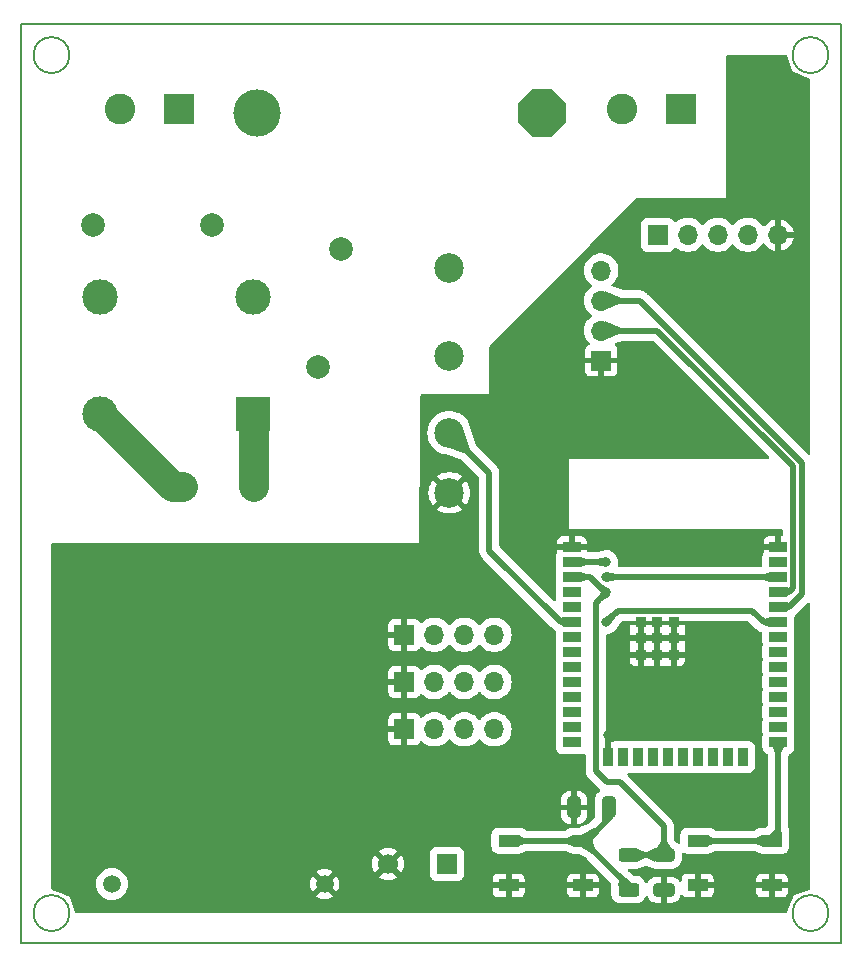
<source format=gtl>
%TF.GenerationSoftware,KiCad,Pcbnew,7.0.2-6a45011f42~172~ubuntu22.10.1*%
%TF.CreationDate,2023-08-16T11:39:27+05:00*%
%TF.ProjectId,IOTV,494f5456-2e6b-4696-9361-645f70636258,3*%
%TF.SameCoordinates,Original*%
%TF.FileFunction,Copper,L1,Top*%
%TF.FilePolarity,Positive*%
%FSLAX46Y46*%
G04 Gerber Fmt 4.6, Leading zero omitted, Abs format (unit mm)*
G04 Created by KiCad (PCBNEW 7.0.2-6a45011f42~172~ubuntu22.10.1) date 2023-08-16 11:39:27*
%MOMM*%
%LPD*%
G01*
G04 APERTURE LIST*
G04 Aperture macros list*
%AMRoundRect*
0 Rectangle with rounded corners*
0 $1 Rounding radius*
0 $2 $3 $4 $5 $6 $7 $8 $9 X,Y pos of 4 corners*
0 Add a 4 corners polygon primitive as box body*
4,1,4,$2,$3,$4,$5,$6,$7,$8,$9,$2,$3,0*
0 Add four circle primitives for the rounded corners*
1,1,$1+$1,$2,$3*
1,1,$1+$1,$4,$5*
1,1,$1+$1,$6,$7*
1,1,$1+$1,$8,$9*
0 Add four rect primitives between the rounded corners*
20,1,$1+$1,$2,$3,$4,$5,0*
20,1,$1+$1,$4,$5,$6,$7,0*
20,1,$1+$1,$6,$7,$8,$9,0*
20,1,$1+$1,$8,$9,$2,$3,0*%
%AMFreePoly0*
4,1,18,0.843072,1.985355,1.985355,0.843072,2.000000,0.807717,2.000000,-0.807717,1.985355,-0.843072,0.843072,-1.985355,0.807717,-2.000000,0.000000,-2.000000,-0.807717,-2.000000,-0.843072,-1.985354,-1.985355,-0.843072,-2.000000,-0.807717,-2.000000,0.807717,-1.985354,0.843072,-0.843072,1.985355,-0.807717,2.000000,0.807717,2.000000,0.843072,1.985355,0.843072,1.985355,$1*%
G04 Aperture macros list end*
%TA.AperFunction,ComponentPad*%
%ADD10C,2.000000*%
%TD*%
%TA.AperFunction,ComponentPad*%
%ADD11R,1.700000X1.700000*%
%TD*%
%TA.AperFunction,ComponentPad*%
%ADD12O,1.700000X1.700000*%
%TD*%
%TA.AperFunction,SMDPad,CuDef*%
%ADD13R,1.500000X0.900000*%
%TD*%
%TA.AperFunction,SMDPad,CuDef*%
%ADD14R,0.900000X1.500000*%
%TD*%
%TA.AperFunction,SMDPad,CuDef*%
%ADD15R,0.900000X0.900000*%
%TD*%
%TA.AperFunction,SMDPad,CuDef*%
%ADD16R,1.700000X1.000000*%
%TD*%
%TA.AperFunction,ComponentPad*%
%ADD17C,2.500000*%
%TD*%
%TA.AperFunction,SMDPad,CuDef*%
%ADD18RoundRect,0.250000X0.325000X0.650000X-0.325000X0.650000X-0.325000X-0.650000X0.325000X-0.650000X0*%
%TD*%
%TA.AperFunction,ComponentPad*%
%ADD19C,4.000000*%
%TD*%
%TA.AperFunction,ComponentPad*%
%ADD20FreePoly0,0.000000*%
%TD*%
%TA.AperFunction,ComponentPad*%
%ADD21R,1.500000X1.500000*%
%TD*%
%TA.AperFunction,ComponentPad*%
%ADD22C,1.500000*%
%TD*%
%TA.AperFunction,SMDPad,CuDef*%
%ADD23RoundRect,0.250000X0.625000X-0.312500X0.625000X0.312500X-0.625000X0.312500X-0.625000X-0.312500X0*%
%TD*%
%TA.AperFunction,ComponentPad*%
%ADD24R,2.600000X2.600000*%
%TD*%
%TA.AperFunction,ComponentPad*%
%ADD25C,2.600000*%
%TD*%
%TA.AperFunction,ComponentPad*%
%ADD26C,1.700000*%
%TD*%
%TA.AperFunction,ComponentPad*%
%ADD27R,3.000000X3.000000*%
%TD*%
%TA.AperFunction,ComponentPad*%
%ADD28C,3.000000*%
%TD*%
%TA.AperFunction,SMDPad,CuDef*%
%ADD29RoundRect,0.250000X-0.650000X0.325000X-0.650000X-0.325000X0.650000X-0.325000X0.650000X0.325000X0*%
%TD*%
%TA.AperFunction,ViaPad*%
%ADD30C,0.800000*%
%TD*%
%TA.AperFunction,Conductor*%
%ADD31C,0.500000*%
%TD*%
%TA.AperFunction,Conductor*%
%ADD32C,2.500000*%
%TD*%
%TA.AperFunction,Profile*%
%ADD33C,0.150000*%
%TD*%
G04 APERTURE END LIST*
D10*
%TO.P,C5,1*%
%TO.N,~220*%
X117694000Y-67998000D03*
%TO.P,C5,2*%
%TO.N,SSD-1*%
X107694000Y-67998000D03*
%TD*%
D11*
%TO.P,J8,1,Pin_1*%
%TO.N,GND*%
X150693000Y-79454000D03*
D12*
%TO.P,J8,2,Pin_2*%
%TO.N,U0TX*%
X150693000Y-76914000D03*
%TO.P,J8,3,Pin_3*%
%TO.N,U0RX*%
X150693000Y-74374000D03*
%TO.P,J8,4,Pin_4*%
%TO.N,+3.3V*%
X150693000Y-71834000D03*
%TD*%
D13*
%TO.P,U1,1,GND*%
%TO.N,GND*%
X148195000Y-95250000D03*
%TO.P,U1,2,3V3*%
%TO.N,+3.3V*%
X148195000Y-96520000D03*
%TO.P,U1,3,EN/CHIP_PU*%
%TO.N,EN*%
X148195000Y-97790000D03*
%TO.P,U1,4,SENSOR_VP/GPIO36/ADC1_CH0*%
%TO.N,unconnected-(U1-SENSOR_VP{slash}GPIO36{slash}ADC1_CH0-Pad4)*%
X148195000Y-99060000D03*
%TO.P,U1,5,SENSOR_VN/GPIO39/ADC1_CH3*%
%TO.N,unconnected-(U1-SENSOR_VN{slash}GPIO39{slash}ADC1_CH3-Pad5)*%
X148195000Y-100330000D03*
%TO.P,U1,6,GPIO34/ADC1_CH6*%
%TO.N,GPIO34*%
X148195000Y-101600000D03*
%TO.P,U1,7,GPIO35/ADC1_CH7*%
%TO.N,unconnected-(U1-GPIO35{slash}ADC1_CH7-Pad7)*%
X148195000Y-102870000D03*
%TO.P,U1,8,32K_XP/GPIO32/ADC1_CH4*%
%TO.N,unconnected-(U1-32K_XP{slash}GPIO32{slash}ADC1_CH4-Pad8)*%
X148195000Y-104140000D03*
%TO.P,U1,9,32K_XN/GPIO33/ADC1_CH5*%
%TO.N,unconnected-(U1-32K_XN{slash}GPIO33{slash}ADC1_CH5-Pad9)*%
X148195000Y-105410000D03*
%TO.P,U1,10,DAC_1/ADC2_CH8/GPIO25*%
%TO.N,unconnected-(U1-DAC_1{slash}ADC2_CH8{slash}GPIO25-Pad10)*%
X148195000Y-106680000D03*
%TO.P,U1,11,DAC_2/ADC2_CH9/GPIO26*%
%TO.N,unconnected-(U1-DAC_2{slash}ADC2_CH9{slash}GPIO26-Pad11)*%
X148195000Y-107950000D03*
%TO.P,U1,12,ADC2_CH7/GPIO27*%
%TO.N,unconnected-(U1-ADC2_CH7{slash}GPIO27-Pad12)*%
X148195000Y-109220000D03*
%TO.P,U1,13,MTMS/GPIO14/ADC2_CH6*%
%TO.N,unconnected-(U1-MTMS{slash}GPIO14{slash}ADC2_CH6-Pad13)*%
X148195000Y-110490000D03*
%TO.P,U1,14,MTDI/GPIO12/ADC2_CH5*%
%TO.N,unconnected-(U1-MTDI{slash}GPIO12{slash}ADC2_CH5-Pad14)*%
X148195000Y-111760000D03*
D14*
%TO.P,U1,15,GND*%
%TO.N,GND*%
X151225000Y-113010000D03*
%TO.P,U1,16,MTCK/GPIO13/ADC2_CH4*%
%TO.N,unconnected-(U1-MTCK{slash}GPIO13{slash}ADC2_CH4-Pad16)*%
X152495000Y-113010000D03*
%TO.P,U1,17*%
%TO.N,N/C*%
X153765000Y-113010000D03*
%TO.P,U1,18*%
X155035000Y-113010000D03*
%TO.P,U1,19*%
X156305000Y-113010000D03*
%TO.P,U1,20*%
X157575000Y-113010000D03*
%TO.P,U1,21*%
X158845000Y-113010000D03*
%TO.P,U1,22*%
X160115000Y-113010000D03*
%TO.P,U1,23,MTDO/GPIO15/ADC2_CH3*%
%TO.N,unconnected-(U1-MTDO{slash}GPIO15{slash}ADC2_CH3-Pad23)*%
X161385000Y-113010000D03*
%TO.P,U1,24,ADC2_CH2/GPIO2*%
%TO.N,unconnected-(U1-ADC2_CH2{slash}GPIO2-Pad24)*%
X162655000Y-113010000D03*
D13*
%TO.P,U1,25,GPIO0/BOOT/ADC2_CH1*%
%TO.N,GPIO0*%
X165695000Y-111760000D03*
%TO.P,U1,26,ADC2_CH0/GPIO4*%
%TO.N,unconnected-(U1-ADC2_CH0{slash}GPIO4-Pad26)*%
X165695000Y-110490000D03*
%TO.P,U1,27,GPIO16*%
%TO.N,unconnected-(U1-GPIO16-Pad27)*%
X165695000Y-109220000D03*
%TO.P,U1,28,GPIO17*%
%TO.N,unconnected-(U1-GPIO17-Pad28)*%
X165695000Y-107950000D03*
%TO.P,U1,29,GPIO5*%
%TO.N,unconnected-(U1-GPIO5-Pad29)*%
X165695000Y-106680000D03*
%TO.P,U1,30,GPIO18*%
%TO.N,unconnected-(U1-GPIO18-Pad30)*%
X165695000Y-105410000D03*
%TO.P,U1,31,GPIO19*%
%TO.N,unconnected-(U1-GPIO19-Pad31)*%
X165695000Y-104140000D03*
%TO.P,U1,32*%
%TO.N,N/C*%
X165695000Y-102870000D03*
%TO.P,U1,33,GPIO21*%
%TO.N,SDA*%
X165695000Y-101600000D03*
%TO.P,U1,34,U0RXD/GPIO3*%
%TO.N,U0RX*%
X165695000Y-100330000D03*
%TO.P,U1,35,U0TXD/GPIO1*%
%TO.N,U0TX*%
X165695000Y-99060000D03*
%TO.P,U1,36,GPIO22*%
%TO.N,SCL*%
X165695000Y-97790000D03*
%TO.P,U1,37,GPIO23*%
%TO.N,unconnected-(U1-GPIO23-Pad37)*%
X165695000Y-96520000D03*
%TO.P,U1,38,GND*%
%TO.N,GND*%
X165695000Y-95250000D03*
D15*
%TO.P,U1,39,GND_THERMAL*%
X154045000Y-101570000D03*
X154045000Y-101570000D03*
X154045000Y-102970000D03*
X154045000Y-104370000D03*
X154045000Y-104370000D03*
X155445000Y-101570000D03*
X155445000Y-102970000D03*
X155445000Y-104370000D03*
X155445000Y-104370000D03*
X156845000Y-101570000D03*
X156845000Y-102970000D03*
X156845000Y-104370000D03*
%TD*%
D16*
%TO.P,SW2,1,1*%
%TO.N,GPIO0*%
X158850000Y-120098000D03*
X165150000Y-120098000D03*
%TO.P,SW2,2,2*%
%TO.N,GND*%
X158850000Y-123898000D03*
X165150000Y-123898000D03*
%TD*%
D11*
%TO.P,J3,1,Pin_1*%
%TO.N,GND*%
X134025000Y-102680000D03*
D12*
%TO.P,J3,2,Pin_2*%
%TO.N,+3.3V*%
X136565000Y-102680000D03*
%TO.P,J3,3,Pin_3*%
%TO.N,SDA*%
X139105000Y-102680000D03*
%TO.P,J3,4,Pin_4*%
%TO.N,SCL*%
X141645000Y-102680000D03*
%TD*%
D17*
%TO.P,U2,11*%
%TO.N,SSD-1*%
X137820400Y-71602600D03*
%TO.P,U2,14*%
%TO.N,SSD-2*%
X137820400Y-79095600D03*
%TO.P,U2,A1*%
%TO.N,GPIO34*%
X137820400Y-85572600D03*
%TO.P,U2,A2*%
%TO.N,GND*%
X137820400Y-90652600D03*
%TD*%
D11*
%TO.P,J5,1,Pin_1*%
%TO.N,GND*%
X134025000Y-110680000D03*
D12*
%TO.P,J5,2,Pin_2*%
%TO.N,+3.3V*%
X136565000Y-110680000D03*
%TO.P,J5,3,Pin_3*%
%TO.N,SDA*%
X139105000Y-110680000D03*
%TO.P,J5,4,Pin_4*%
%TO.N,SCL*%
X141645000Y-110680000D03*
%TD*%
D18*
%TO.P,C4,1*%
%TO.N,Net-(C4-Pad1)*%
X151335000Y-117297200D03*
%TO.P,C4,2*%
%TO.N,GND*%
X148385000Y-117297200D03*
%TD*%
D19*
%TO.P,F1,1*%
%TO.N,Net-(J1-Pin_1)*%
X121506000Y-58513000D03*
D20*
%TO.P,F1,2*%
%TO.N,~220*%
X145636000Y-58513000D03*
%TD*%
D21*
%TO.P,PS1,1,AC1*%
%TO.N,Net-(PS1-AC1)*%
X121265200Y-90170000D03*
D22*
%TO.P,PS1,2,AC2*%
%TO.N,Net-(PS1-AC2)*%
X115265200Y-90170000D03*
%TO.P,PS1,3,-VO*%
%TO.N,GND*%
X127265200Y-123770000D03*
%TO.P,PS1,4,+VO*%
%TO.N,+3.3V*%
X109265200Y-123770000D03*
%TD*%
D23*
%TO.P,R2,1*%
%TO.N,Net-(C4-Pad1)*%
X153000000Y-124256500D03*
%TO.P,R2,2*%
%TO.N,EN*%
X153000000Y-121331500D03*
%TD*%
D24*
%TO.P,J1,1,Pin_1*%
%TO.N,Net-(J1-Pin_1)*%
X114944000Y-58193000D03*
D25*
%TO.P,J1,2,Pin_2*%
%TO.N,SSD-1*%
X109944000Y-58193000D03*
%TD*%
D11*
%TO.P,J4,1,Pin_1*%
%TO.N,GND*%
X134025000Y-106680000D03*
D12*
%TO.P,J4,2,Pin_2*%
%TO.N,+3.3V*%
X136565000Y-106680000D03*
%TO.P,J4,3,Pin_3*%
%TO.N,SDA*%
X139105000Y-106680000D03*
%TO.P,J4,4,Pin_4*%
%TO.N,SCL*%
X141645000Y-106680000D03*
%TD*%
D16*
%TO.P,SW1,1,1*%
%TO.N,Net-(C4-Pad1)*%
X142850000Y-120098000D03*
X149150000Y-120098000D03*
%TO.P,SW1,2,2*%
%TO.N,GND*%
X142850000Y-123898000D03*
X149150000Y-123898000D03*
%TD*%
D11*
%TO.P,C6,1*%
%TO.N,+3.3V*%
X137639800Y-122072400D03*
D26*
%TO.P,C6,2*%
%TO.N,GND*%
X132639800Y-122072400D03*
%TD*%
D27*
%TO.P,FL1,1,1*%
%TO.N,Net-(PS1-AC1)*%
X121171000Y-83982750D03*
D28*
%TO.P,FL1,2,2*%
%TO.N,~220*%
X121171000Y-74076750D03*
%TO.P,FL1,3,3*%
%TO.N,SSD-1*%
X108217000Y-74076750D03*
%TO.P,FL1,4,4*%
%TO.N,Net-(PS1-AC2)*%
X108217000Y-83982750D03*
%TD*%
D24*
%TO.P,J2,1,Pin_1*%
%TO.N,Net-(J1-Pin_1)*%
X157444000Y-58193000D03*
D25*
%TO.P,J2,2,Pin_2*%
%TO.N,SSD-2*%
X152444000Y-58193000D03*
%TD*%
D11*
%TO.P,J6,1,Pin_1*%
%TO.N,+3.3V*%
X155480000Y-68810000D03*
D12*
%TO.P,J6,2,Pin_2*%
%TO.N,SDA*%
X158020000Y-68810000D03*
%TO.P,J6,3,Pin_3*%
%TO.N,SCL*%
X160560000Y-68810000D03*
%TO.P,J6,4,Pin_4*%
%TO.N,unconnected-(J6-Pin_4-Pad4)*%
X163100000Y-68810000D03*
%TO.P,J6,5,Pin_5*%
%TO.N,GND*%
X165640000Y-68810000D03*
%TD*%
D10*
%TO.P,RVe1,1*%
%TO.N,~220*%
X128694000Y-69998000D03*
%TO.P,RVe1,2*%
%TO.N,SSD-1*%
X126744000Y-79998000D03*
%TD*%
D29*
%TO.P,C3,1*%
%TO.N,EN*%
X156000000Y-121319000D03*
%TO.P,C3,2*%
%TO.N,GND*%
X156000000Y-124269000D03*
%TD*%
D30*
%TO.N,GND*%
X163830000Y-95250000D03*
X151231600Y-111125000D03*
%TO.N,+3.3V*%
X151130000Y-96520000D03*
%TO.N,EN*%
X151130000Y-99060000D03*
%TO.N,SDA*%
X151130000Y-101600000D03*
%TO.N,SCL*%
X151130000Y-97790000D03*
%TD*%
D31*
%TO.N,GND*%
X151225000Y-113010000D02*
X151225000Y-111131600D01*
X151225000Y-111131600D02*
X151231600Y-111125000D01*
X165695000Y-95250000D02*
X163830000Y-95250000D01*
%TO.N,+3.3V*%
X148195000Y-96520000D02*
X151130000Y-96520000D01*
%TO.N,EN*%
X151035000Y-99060000D02*
X151130000Y-99060000D01*
X150230000Y-114215000D02*
X150230000Y-99960000D01*
X156000000Y-121319000D02*
X156000000Y-118865200D01*
X149765000Y-97790000D02*
X151035000Y-99060000D01*
X152298400Y-115163600D02*
X151178600Y-115163600D01*
X156000000Y-118865200D02*
X152298400Y-115163600D01*
X156000000Y-121319000D02*
X153012500Y-121319000D01*
X148195000Y-97790000D02*
X149765000Y-97790000D01*
X153012500Y-121319000D02*
X153000000Y-121331500D01*
X150230000Y-99960000D02*
X151130000Y-99060000D01*
X151178600Y-115163600D02*
X150230000Y-114215000D01*
%TO.N,Net-(C4-Pad1)*%
X151335000Y-117297200D02*
X151335000Y-118209800D01*
X153000000Y-124256500D02*
X153000000Y-123948000D01*
X153000000Y-123948000D02*
X149150000Y-120098000D01*
X142850000Y-120098000D02*
X149150000Y-120098000D01*
X151335000Y-118209800D02*
X149446800Y-120098000D01*
X149446800Y-120098000D02*
X149150000Y-120098000D01*
%TO.N,SDA*%
X152110000Y-100620000D02*
X163465000Y-100620000D01*
X163465000Y-100620000D02*
X164445000Y-101600000D01*
X164445000Y-101600000D02*
X165695000Y-101600000D01*
X151130000Y-101600000D02*
X152110000Y-100620000D01*
%TO.N,SCL*%
X165695000Y-97790000D02*
X151130000Y-97790000D01*
D32*
%TO.N,Net-(PS1-AC2)*%
X108217000Y-83982750D02*
X114404250Y-90170000D01*
X114404250Y-90170000D02*
X115265200Y-90170000D01*
%TO.N,Net-(PS1-AC1)*%
X121265200Y-84076950D02*
X121171000Y-83982750D01*
X121265200Y-90170000D02*
X121265200Y-84076950D01*
D31*
%TO.N,U0TX*%
X166945000Y-98740000D02*
X166625000Y-99060000D01*
X155452554Y-76914000D02*
X166945000Y-88406446D01*
X166945000Y-88406446D02*
X166945000Y-98740000D01*
X166625000Y-99060000D02*
X165695000Y-99060000D01*
X150693000Y-76914000D02*
X155452554Y-76914000D01*
%TO.N,U0RX*%
X153973214Y-74374000D02*
X150693000Y-74374000D01*
X165695000Y-100330000D02*
X166625000Y-100330000D01*
X166625000Y-100330000D02*
X167695000Y-99260000D01*
X167695000Y-88095786D02*
X153973214Y-74374000D01*
X167695000Y-99260000D02*
X167695000Y-88095786D01*
%TO.N,GPIO0*%
X165695000Y-119553000D02*
X165150000Y-120098000D01*
X158850000Y-120098000D02*
X165150000Y-120098000D01*
X165695000Y-111760000D02*
X165695000Y-119553000D01*
%TO.N,GPIO34*%
X141224000Y-88976200D02*
X141224000Y-95559000D01*
X137820400Y-85572600D02*
X141224000Y-88976200D01*
X141224000Y-95559000D02*
X147265000Y-101600000D01*
X147265000Y-101600000D02*
X148195000Y-101600000D01*
%TD*%
%TA.AperFunction,Conductor*%
%TO.N,GND*%
G36*
X166312874Y-53594284D02*
G01*
X166379875Y-53614087D01*
X166425536Y-53666972D01*
X166429722Y-53677416D01*
X166841276Y-54856394D01*
X166874482Y-54951517D01*
X166874482Y-54951518D01*
X168328335Y-55597280D01*
X168381612Y-55642483D01*
X168401993Y-55709314D01*
X168402000Y-55710604D01*
X168402000Y-87300635D01*
X168382315Y-87367674D01*
X168329511Y-87413429D01*
X168260353Y-87423373D01*
X168196797Y-87394348D01*
X168190319Y-87388316D01*
X154602614Y-73800611D01*
X154595787Y-73793205D01*
X154561555Y-73752904D01*
X154561553Y-73752902D01*
X154561551Y-73752900D01*
X154498381Y-73704879D01*
X154495836Y-73702889D01*
X154433968Y-73653158D01*
X154433965Y-73653156D01*
X154433880Y-73653088D01*
X154414388Y-73640997D01*
X154342296Y-73607643D01*
X154339271Y-73606193D01*
X154268121Y-73570907D01*
X154246494Y-73563292D01*
X154168947Y-73546223D01*
X154165678Y-73545457D01*
X154088600Y-73526289D01*
X154065830Y-73523500D01*
X154065711Y-73523500D01*
X153986441Y-73523500D01*
X153983084Y-73523455D01*
X153903662Y-73521303D01*
X153880564Y-73523500D01*
X152542859Y-73523500D01*
X152497866Y-73515049D01*
X151632851Y-73178223D01*
X151577523Y-73135555D01*
X151554046Y-73069747D01*
X151569874Y-73001694D01*
X151601681Y-72964821D01*
X151678764Y-72904825D01*
X151841571Y-72727969D01*
X151973049Y-72526728D01*
X152069610Y-72306591D01*
X152128620Y-72073563D01*
X152148471Y-71834000D01*
X152128620Y-71594437D01*
X152069610Y-71361409D01*
X151973049Y-71141272D01*
X151841571Y-70940031D01*
X151678764Y-70763175D01*
X151657370Y-70746523D01*
X151489072Y-70615531D01*
X151489068Y-70615528D01*
X151489067Y-70615528D01*
X151277656Y-70501118D01*
X151277655Y-70501117D01*
X151277652Y-70501116D01*
X151050299Y-70423066D01*
X150892227Y-70396688D01*
X150813192Y-70383500D01*
X150572808Y-70383500D01*
X150513531Y-70393391D01*
X150335700Y-70423066D01*
X150108347Y-70501116D01*
X149896927Y-70615531D01*
X149707239Y-70763172D01*
X149544430Y-70940030D01*
X149412950Y-71141274D01*
X149316391Y-71361407D01*
X149257379Y-71594441D01*
X149237528Y-71833999D01*
X149257379Y-72073558D01*
X149257379Y-72073561D01*
X149257380Y-72073563D01*
X149316390Y-72306591D01*
X149412951Y-72526728D01*
X149544429Y-72727969D01*
X149707236Y-72904825D01*
X149837416Y-73006148D01*
X149878227Y-73062855D01*
X149881902Y-73132628D01*
X149847271Y-73193312D01*
X149837415Y-73201852D01*
X149707236Y-73303174D01*
X149557362Y-73465980D01*
X149544429Y-73480031D01*
X149439264Y-73640997D01*
X149412950Y-73681274D01*
X149316391Y-73901407D01*
X149257379Y-74134441D01*
X149237528Y-74374000D01*
X149257379Y-74613558D01*
X149257379Y-74613561D01*
X149257380Y-74613563D01*
X149316390Y-74846591D01*
X149412951Y-75066728D01*
X149544429Y-75267969D01*
X149707236Y-75444825D01*
X149707239Y-75444827D01*
X149837414Y-75546147D01*
X149878227Y-75602857D01*
X149881902Y-75672630D01*
X149847270Y-75733313D01*
X149837414Y-75741853D01*
X149707239Y-75843172D01*
X149707236Y-75843174D01*
X149707236Y-75843175D01*
X149544429Y-76020031D01*
X149516236Y-76063184D01*
X149412950Y-76221274D01*
X149316391Y-76441407D01*
X149257379Y-76674441D01*
X149237528Y-76914000D01*
X149257379Y-77153558D01*
X149257379Y-77153561D01*
X149257380Y-77153563D01*
X149316390Y-77386591D01*
X149412951Y-77606728D01*
X149544429Y-77807969D01*
X149675621Y-77950482D01*
X149706543Y-78013136D01*
X149698683Y-78082562D01*
X149654536Y-78136717D01*
X149627726Y-78150645D01*
X149600913Y-78160646D01*
X149485811Y-78246811D01*
X149399647Y-78361910D01*
X149349400Y-78496628D01*
X149343354Y-78552867D01*
X149343000Y-78559481D01*
X149343000Y-79204000D01*
X150259314Y-79204000D01*
X150233507Y-79244156D01*
X150193000Y-79382111D01*
X150193000Y-79525889D01*
X150233507Y-79663844D01*
X150259314Y-79704000D01*
X149343000Y-79704000D01*
X149343000Y-80348518D01*
X149343354Y-80355132D01*
X149349400Y-80411371D01*
X149399647Y-80546089D01*
X149485811Y-80661188D01*
X149600910Y-80747352D01*
X149735628Y-80797599D01*
X149791867Y-80803645D01*
X149798482Y-80804000D01*
X150443000Y-80804000D01*
X150443000Y-79889501D01*
X150550685Y-79938680D01*
X150657237Y-79954000D01*
X150728763Y-79954000D01*
X150835315Y-79938680D01*
X150943000Y-79889501D01*
X150943000Y-80804000D01*
X151587518Y-80804000D01*
X151594132Y-80803645D01*
X151650371Y-80797599D01*
X151785089Y-80747352D01*
X151900188Y-80661188D01*
X151986352Y-80546089D01*
X152036599Y-80411371D01*
X152042645Y-80355132D01*
X152043000Y-80348518D01*
X152043000Y-79704000D01*
X151126686Y-79704000D01*
X151152493Y-79663844D01*
X151193000Y-79525889D01*
X151193000Y-79382111D01*
X151152493Y-79244156D01*
X151126686Y-79204000D01*
X152043000Y-79204000D01*
X152043000Y-78559481D01*
X152042645Y-78552867D01*
X152036599Y-78496628D01*
X151986352Y-78361910D01*
X151900188Y-78246810D01*
X151867030Y-78221988D01*
X151825159Y-78166054D01*
X151820175Y-78096362D01*
X151853660Y-78035039D01*
X151896342Y-78007175D01*
X152497863Y-77772951D01*
X152542857Y-77764500D01*
X155048903Y-77764500D01*
X155115942Y-77784185D01*
X155136584Y-77800819D01*
X164884084Y-87548319D01*
X164917569Y-87609642D01*
X164912585Y-87679334D01*
X164870713Y-87735267D01*
X164805249Y-87759684D01*
X164796403Y-87760000D01*
X147945000Y-87760000D01*
X147945000Y-93710000D01*
X165970500Y-93710000D01*
X166037539Y-93729685D01*
X166083294Y-93782489D01*
X166094500Y-93834000D01*
X166094500Y-94176000D01*
X166074815Y-94243039D01*
X166022011Y-94288794D01*
X165970500Y-94300000D01*
X165945000Y-94300000D01*
X165945000Y-95345500D01*
X165925315Y-95412539D01*
X165872511Y-95458294D01*
X165821000Y-95469500D01*
X164909694Y-95469500D01*
X164909678Y-95469500D01*
X164905640Y-95469501D01*
X164901627Y-95470029D01*
X164901615Y-95470030D01*
X164788241Y-95484954D01*
X164778237Y-95489098D01*
X164774705Y-95490561D01*
X164727253Y-95500000D01*
X164445000Y-95500000D01*
X164445000Y-95693090D01*
X164425315Y-95760129D01*
X164420596Y-95766839D01*
X164359956Y-95913239D01*
X164347566Y-96007353D01*
X164344500Y-96030639D01*
X164344500Y-96034691D01*
X164344500Y-96034692D01*
X164344501Y-96815500D01*
X164324817Y-96882539D01*
X164272013Y-96928294D01*
X164220501Y-96939500D01*
X152215461Y-96939500D01*
X152148422Y-96919815D01*
X152102667Y-96867011D01*
X152092723Y-96797853D01*
X152096800Y-96779505D01*
X152099543Y-96770459D01*
X152116024Y-96716132D01*
X152135341Y-96520000D01*
X152116024Y-96323868D01*
X152058814Y-96135273D01*
X151965910Y-95961462D01*
X151840883Y-95809117D01*
X151688538Y-95684090D01*
X151609266Y-95641718D01*
X151514726Y-95591185D01*
X151326133Y-95533976D01*
X151228065Y-95524317D01*
X151130000Y-95514659D01*
X151129999Y-95514659D01*
X150933867Y-95533976D01*
X150882106Y-95549677D01*
X150868964Y-95552892D01*
X150258383Y-95667376D01*
X150235531Y-95669500D01*
X149569000Y-95669500D01*
X149501961Y-95649815D01*
X149456206Y-95597011D01*
X149445000Y-95545500D01*
X149445000Y-95500000D01*
X149162748Y-95500000D01*
X149117974Y-95486853D01*
X149117944Y-95487087D01*
X149116804Y-95486936D01*
X149115303Y-95490563D01*
X149101765Y-95484956D01*
X149061738Y-95479686D01*
X149050482Y-95477672D01*
X149017952Y-95470289D01*
X149002477Y-95470539D01*
X148992377Y-95470290D01*
X148988371Y-95470027D01*
X148984361Y-95469500D01*
X148980309Y-95469500D01*
X147409694Y-95469500D01*
X147409678Y-95469500D01*
X147405640Y-95469501D01*
X147401627Y-95470029D01*
X147401615Y-95470030D01*
X147288241Y-95484954D01*
X147278237Y-95489098D01*
X147274705Y-95490561D01*
X147227253Y-95500000D01*
X146945000Y-95500000D01*
X146945000Y-95693090D01*
X146925315Y-95760129D01*
X146920596Y-95766839D01*
X146859956Y-95913239D01*
X146847566Y-96007353D01*
X146844500Y-96030639D01*
X146844500Y-96034691D01*
X146844500Y-96034692D01*
X146844500Y-97005305D01*
X146844500Y-97005320D01*
X146844501Y-97009360D01*
X146845029Y-97013373D01*
X146845030Y-97013384D01*
X146861542Y-97138816D01*
X146861542Y-97171183D01*
X146845029Y-97296616D01*
X146845028Y-97296625D01*
X146844500Y-97300639D01*
X146844500Y-97304691D01*
X146844500Y-97304692D01*
X146844500Y-98275305D01*
X146844500Y-98275320D01*
X146844501Y-98279360D01*
X146845029Y-98283373D01*
X146845030Y-98283384D01*
X146861542Y-98408816D01*
X146861542Y-98441183D01*
X146845029Y-98566616D01*
X146845028Y-98566625D01*
X146844500Y-98570639D01*
X146844500Y-98574691D01*
X146844500Y-98574692D01*
X146844500Y-99545305D01*
X146844500Y-99545320D01*
X146844501Y-99549360D01*
X146845029Y-99553373D01*
X146845030Y-99553384D01*
X146861542Y-99678816D01*
X146861529Y-99711287D01*
X146861476Y-99711687D01*
X146833156Y-99775560D01*
X146774799Y-99813982D01*
X146704934Y-99814755D01*
X146650869Y-99783080D01*
X142110819Y-95243030D01*
X142077334Y-95181707D01*
X142074500Y-95155349D01*
X142074500Y-95000000D01*
X146945000Y-95000000D01*
X147945000Y-95000000D01*
X147945000Y-94300000D01*
X148445000Y-94300000D01*
X148445000Y-95000000D01*
X149445000Y-95000000D01*
X164445000Y-95000000D01*
X165445000Y-95000000D01*
X165445000Y-94300000D01*
X164900482Y-94300000D01*
X164893867Y-94300354D01*
X164837628Y-94306400D01*
X164702910Y-94356647D01*
X164587811Y-94442811D01*
X164501647Y-94557910D01*
X164451400Y-94692628D01*
X164445354Y-94748867D01*
X164445000Y-94755481D01*
X164445000Y-95000000D01*
X149445000Y-95000000D01*
X149445000Y-94755481D01*
X149444645Y-94748867D01*
X149438599Y-94692628D01*
X149388352Y-94557910D01*
X149302188Y-94442811D01*
X149187089Y-94356647D01*
X149052371Y-94306400D01*
X148996132Y-94300354D01*
X148989518Y-94300000D01*
X148445000Y-94300000D01*
X147945000Y-94300000D01*
X147400482Y-94300000D01*
X147393867Y-94300354D01*
X147337628Y-94306400D01*
X147202910Y-94356647D01*
X147087811Y-94442811D01*
X147001647Y-94557910D01*
X146951400Y-94692628D01*
X146945354Y-94748867D01*
X146945000Y-94755481D01*
X146945000Y-95000000D01*
X142074500Y-95000000D01*
X142074500Y-89015805D01*
X142074909Y-89005742D01*
X142079201Y-88953033D01*
X142068490Y-88874424D01*
X142068086Y-88871119D01*
X142059501Y-88792171D01*
X142054270Y-88769850D01*
X142050186Y-88758734D01*
X142026877Y-88695286D01*
X142025762Y-88692120D01*
X142000444Y-88616979D01*
X142000441Y-88616975D01*
X142000404Y-88616863D01*
X141990496Y-88596185D01*
X141990432Y-88596086D01*
X141990432Y-88596084D01*
X141947715Y-88529255D01*
X141945957Y-88526421D01*
X141905070Y-88458464D01*
X141905067Y-88458461D01*
X141905010Y-88458366D01*
X141890882Y-88440294D01*
X141834749Y-88384161D01*
X141832407Y-88381755D01*
X141777770Y-88324076D01*
X141759877Y-88309289D01*
X140130337Y-86679748D01*
X140100567Y-86631829D01*
X139662946Y-85339104D01*
X139657437Y-85311765D01*
X139656742Y-85308572D01*
X139600477Y-85049922D01*
X139507974Y-84801911D01*
X139381116Y-84569589D01*
X139222487Y-84357685D01*
X139035315Y-84170513D01*
X138929363Y-84091198D01*
X138823409Y-84011882D01*
X138657298Y-83921179D01*
X138591089Y-83885026D01*
X138343078Y-83792523D01*
X138343073Y-83792521D01*
X138084427Y-83736257D01*
X137820399Y-83717372D01*
X137556372Y-83736257D01*
X137297726Y-83792521D01*
X137173716Y-83838774D01*
X137049711Y-83885026D01*
X137049708Y-83885027D01*
X137049707Y-83885028D01*
X136817390Y-84011882D01*
X136605482Y-84170515D01*
X136418315Y-84357682D01*
X136259682Y-84569590D01*
X136132828Y-84801907D01*
X136132826Y-84801911D01*
X136086574Y-84925916D01*
X136040321Y-85049926D01*
X135984057Y-85308572D01*
X135965172Y-85572600D01*
X135984057Y-85836627D01*
X136040321Y-86095273D01*
X136040323Y-86095278D01*
X136132826Y-86343289D01*
X136132828Y-86343292D01*
X136259682Y-86575609D01*
X136301767Y-86631828D01*
X136418313Y-86787515D01*
X136605485Y-86974687D01*
X136764412Y-87093658D01*
X136817390Y-87133317D01*
X136900445Y-87178668D01*
X137049711Y-87260174D01*
X137297722Y-87352677D01*
X137499098Y-87396483D01*
X137511788Y-87399957D01*
X138880456Y-87854066D01*
X138929087Y-87884076D01*
X140337181Y-89292169D01*
X140370666Y-89353492D01*
X140373500Y-89379850D01*
X140373500Y-95519393D01*
X140373091Y-95529456D01*
X140368799Y-95582167D01*
X140379502Y-95660732D01*
X140379910Y-95664062D01*
X140388498Y-95743025D01*
X140393732Y-95765356D01*
X140393772Y-95765467D01*
X140393773Y-95765468D01*
X140421129Y-95839934D01*
X140422228Y-95843054D01*
X140445877Y-95913239D01*
X140447594Y-95918333D01*
X140457508Y-95939023D01*
X140471851Y-95961462D01*
X140500295Y-96005962D01*
X140502037Y-96008771D01*
X140542990Y-96076835D01*
X140557116Y-96094905D01*
X140557199Y-96094988D01*
X140557200Y-96094989D01*
X140613303Y-96151092D01*
X140615609Y-96153462D01*
X140670151Y-96211041D01*
X140670152Y-96211042D01*
X140670234Y-96211128D01*
X140688118Y-96225907D01*
X146453775Y-101991564D01*
X146462207Y-102000898D01*
X146466445Y-102006097D01*
X146472633Y-102011210D01*
X146481332Y-102019121D01*
X146635598Y-102173387D01*
X146642424Y-102180791D01*
X146676663Y-102221100D01*
X146739806Y-102269100D01*
X146742401Y-102271129D01*
X146798187Y-102315972D01*
X146838106Y-102373314D01*
X146844500Y-102412618D01*
X146844500Y-103355305D01*
X146844500Y-103355320D01*
X146844501Y-103359360D01*
X146845029Y-103363373D01*
X146845030Y-103363384D01*
X146861542Y-103488816D01*
X146861542Y-103521183D01*
X146845029Y-103646616D01*
X146845028Y-103646625D01*
X146844500Y-103650639D01*
X146844500Y-103654691D01*
X146844500Y-103654692D01*
X146844500Y-104625305D01*
X146844500Y-104625320D01*
X146844501Y-104629360D01*
X146845029Y-104633373D01*
X146845030Y-104633384D01*
X146861542Y-104758816D01*
X146861542Y-104791183D01*
X146845029Y-104916616D01*
X146845028Y-104916625D01*
X146844500Y-104920639D01*
X146844500Y-104924691D01*
X146844500Y-104924692D01*
X146844500Y-105895305D01*
X146844500Y-105895320D01*
X146844501Y-105899360D01*
X146845029Y-105903373D01*
X146845030Y-105903384D01*
X146861542Y-106028816D01*
X146861542Y-106061183D01*
X146845029Y-106186616D01*
X146845028Y-106186625D01*
X146844500Y-106190639D01*
X146844500Y-106194691D01*
X146844500Y-106194692D01*
X146844500Y-107165305D01*
X146844500Y-107165320D01*
X146844501Y-107169360D01*
X146845029Y-107173373D01*
X146845030Y-107173384D01*
X146861542Y-107298816D01*
X146861542Y-107331183D01*
X146845029Y-107456616D01*
X146845028Y-107456625D01*
X146844500Y-107460639D01*
X146844500Y-107464691D01*
X146844500Y-107464692D01*
X146844500Y-108435305D01*
X146844500Y-108435320D01*
X146844501Y-108439360D01*
X146845029Y-108443373D01*
X146845030Y-108443384D01*
X146861542Y-108568816D01*
X146861542Y-108601183D01*
X146845029Y-108726616D01*
X146845028Y-108726625D01*
X146844500Y-108730639D01*
X146844500Y-108734691D01*
X146844500Y-108734692D01*
X146844500Y-109705305D01*
X146844500Y-109705320D01*
X146844501Y-109709360D01*
X146845029Y-109713373D01*
X146845030Y-109713384D01*
X146861542Y-109838816D01*
X146861542Y-109871183D01*
X146845029Y-109996616D01*
X146845028Y-109996625D01*
X146844500Y-110000639D01*
X146844500Y-110004691D01*
X146844500Y-110004692D01*
X146844500Y-110975305D01*
X146844500Y-110975320D01*
X146844501Y-110979360D01*
X146845029Y-110983373D01*
X146845030Y-110983384D01*
X146861542Y-111108816D01*
X146861542Y-111141183D01*
X146845029Y-111266616D01*
X146845028Y-111266625D01*
X146844500Y-111270639D01*
X146844500Y-111274691D01*
X146844500Y-111274692D01*
X146844500Y-112245305D01*
X146844500Y-112245320D01*
X146844501Y-112249360D01*
X146845029Y-112253373D01*
X146845030Y-112253384D01*
X146859955Y-112366760D01*
X146920464Y-112512841D01*
X147016717Y-112638282D01*
X147142159Y-112734536D01*
X147288238Y-112795044D01*
X147405639Y-112810500D01*
X148984360Y-112810499D01*
X149019100Y-112805925D01*
X149101760Y-112795045D01*
X149150575Y-112774825D01*
X149208047Y-112751018D01*
X149277516Y-112743550D01*
X149339995Y-112774825D01*
X149375648Y-112834913D01*
X149379500Y-112865580D01*
X149379500Y-114175393D01*
X149379091Y-114185456D01*
X149374799Y-114238167D01*
X149385502Y-114316732D01*
X149385910Y-114320062D01*
X149394498Y-114399025D01*
X149399732Y-114421356D01*
X149399772Y-114421467D01*
X149399773Y-114421468D01*
X149427129Y-114495934D01*
X149428228Y-114499054D01*
X149453594Y-114574333D01*
X149463508Y-114595023D01*
X149480198Y-114621133D01*
X149506295Y-114661962D01*
X149508037Y-114664771D01*
X149548990Y-114732835D01*
X149563116Y-114750905D01*
X149563199Y-114750988D01*
X149563200Y-114750989D01*
X149619302Y-114807091D01*
X149621608Y-114809461D01*
X149676151Y-114867041D01*
X149676152Y-114867042D01*
X149676233Y-114867127D01*
X149694117Y-114881906D01*
X150549193Y-115736981D01*
X150556017Y-115744383D01*
X150562642Y-115752182D01*
X150591042Y-115816019D01*
X150580420Y-115885077D01*
X150545825Y-115929107D01*
X150405062Y-116042257D01*
X150289157Y-116186448D01*
X150206963Y-116352177D01*
X150162316Y-116531705D01*
X150159641Y-116571154D01*
X150159640Y-116571179D01*
X150159500Y-116573246D01*
X150159500Y-116575343D01*
X150159500Y-117905994D01*
X150158456Y-117922040D01*
X150154505Y-117952323D01*
X150154509Y-117956369D01*
X150154509Y-117956378D01*
X150154711Y-118135797D01*
X150135102Y-118202858D01*
X150118392Y-118223617D01*
X149799732Y-118542277D01*
X149764407Y-118567001D01*
X149547477Y-118668042D01*
X148865037Y-118985905D01*
X148812683Y-118997500D01*
X148285320Y-118997500D01*
X148277887Y-118997277D01*
X148260369Y-118996225D01*
X148256341Y-118996510D01*
X148256327Y-118996511D01*
X148253466Y-118996715D01*
X148253463Y-118996715D01*
X148251439Y-118996859D01*
X148249441Y-118997133D01*
X148249423Y-118997135D01*
X148167111Y-119008430D01*
X148153870Y-119011555D01*
X148143240Y-119012954D01*
X148074722Y-119041334D01*
X148067779Y-119043969D01*
X148027369Y-119057935D01*
X148027344Y-119057945D01*
X148023532Y-119059263D01*
X148019911Y-119061073D01*
X148019905Y-119061076D01*
X147673240Y-119234409D01*
X147617786Y-119247500D01*
X144382212Y-119247500D01*
X144326758Y-119234409D01*
X143977937Y-119059998D01*
X143977921Y-119059990D01*
X143976464Y-119059262D01*
X143918308Y-119033901D01*
X143916023Y-119033044D01*
X143912492Y-119032175D01*
X143912490Y-119032175D01*
X143898670Y-119028776D01*
X143880837Y-119022927D01*
X143856763Y-119012956D01*
X143815251Y-119007490D01*
X143801836Y-119004965D01*
X143777918Y-118999084D01*
X143761412Y-118999208D01*
X143744316Y-118998152D01*
X143743386Y-118998029D01*
X143743373Y-118998028D01*
X143739361Y-118997500D01*
X143735306Y-118997500D01*
X141964694Y-118997500D01*
X141964678Y-118997500D01*
X141960640Y-118997501D01*
X141956627Y-118998029D01*
X141956615Y-118998030D01*
X141843239Y-119012955D01*
X141697158Y-119073464D01*
X141571717Y-119169717D01*
X141475463Y-119295159D01*
X141414956Y-119441237D01*
X141400066Y-119554342D01*
X141399500Y-119558639D01*
X141399500Y-119562691D01*
X141399500Y-119562692D01*
X141399500Y-120633305D01*
X141399500Y-120633320D01*
X141399501Y-120637360D01*
X141400029Y-120641373D01*
X141400030Y-120641384D01*
X141414955Y-120754760D01*
X141475464Y-120900841D01*
X141571717Y-121026282D01*
X141658780Y-121093087D01*
X141697159Y-121122536D01*
X141843238Y-121183044D01*
X141960639Y-121198500D01*
X143714793Y-121198499D01*
X143722219Y-121198722D01*
X143723054Y-121198772D01*
X143739687Y-121199770D01*
X143748619Y-121199135D01*
X143827071Y-121188366D01*
X143827071Y-121188365D01*
X143832927Y-121187562D01*
X143846140Y-121184442D01*
X143856763Y-121183044D01*
X143925299Y-121154655D01*
X143932251Y-121152016D01*
X143933429Y-121151608D01*
X143976468Y-121136735D01*
X144326756Y-120961591D01*
X144382211Y-120948500D01*
X147617788Y-120948500D01*
X147673242Y-120961591D01*
X148023530Y-121136735D01*
X148081658Y-121162086D01*
X148083948Y-121162945D01*
X148101297Y-121167210D01*
X148119141Y-121173062D01*
X148143238Y-121183044D01*
X148184799Y-121188514D01*
X148198194Y-121191035D01*
X148222121Y-121196919D01*
X148222122Y-121196918D01*
X148222123Y-121196919D01*
X148223137Y-121196911D01*
X148238585Y-121196794D01*
X148255715Y-121197851D01*
X148260639Y-121198500D01*
X148732499Y-121198499D01*
X148796296Y-121216170D01*
X149455919Y-121611944D01*
X149479803Y-121630592D01*
X151499925Y-123650714D01*
X151533410Y-123712037D01*
X151535645Y-123750572D01*
X151529261Y-123815269D01*
X151527536Y-123825261D01*
X151526038Y-123847338D01*
X151525724Y-123851114D01*
X151523324Y-123875446D01*
X151522853Y-123880430D01*
X151523023Y-123884602D01*
X151523023Y-123884615D01*
X151524397Y-123918248D01*
X151524500Y-123923305D01*
X151524500Y-124642954D01*
X151524640Y-124645021D01*
X151524641Y-124645045D01*
X151527316Y-124684494D01*
X151571963Y-124864022D01*
X151611646Y-124944035D01*
X151654158Y-125029753D01*
X151770060Y-125173940D01*
X151914247Y-125289842D01*
X152079979Y-125372037D01*
X152259505Y-125416683D01*
X152301046Y-125419500D01*
X152303144Y-125419500D01*
X153696856Y-125419500D01*
X153698954Y-125419500D01*
X153740495Y-125416683D01*
X153920021Y-125372037D01*
X154085753Y-125289842D01*
X154229940Y-125173940D01*
X154345842Y-125029753D01*
X154426764Y-124866587D01*
X154474181Y-124815279D01*
X154541816Y-124797749D01*
X154608192Y-124819569D01*
X154652234Y-124873810D01*
X154655555Y-124882681D01*
X154665642Y-124913123D01*
X154757683Y-125062345D01*
X154881654Y-125186316D01*
X155030877Y-125278357D01*
X155197303Y-125333506D01*
X155296890Y-125343680D01*
X155303168Y-125343999D01*
X155749999Y-125343999D01*
X156250000Y-125343999D01*
X156696829Y-125343999D01*
X156703111Y-125343678D01*
X156802695Y-125333506D01*
X156969122Y-125278357D01*
X157118345Y-125186316D01*
X157242316Y-125062345D01*
X157334357Y-124913122D01*
X157390593Y-124743415D01*
X157430366Y-124685970D01*
X157494881Y-124659147D01*
X157563657Y-124671462D01*
X157607566Y-124708108D01*
X157642810Y-124755188D01*
X157757910Y-124841352D01*
X157892628Y-124891599D01*
X157948867Y-124897645D01*
X157955482Y-124898000D01*
X158600000Y-124898000D01*
X158600000Y-124148000D01*
X159100000Y-124148000D01*
X159100000Y-124898000D01*
X159744518Y-124898000D01*
X159751132Y-124897645D01*
X159807371Y-124891599D01*
X159942089Y-124841352D01*
X160057188Y-124755188D01*
X160143352Y-124640089D01*
X160193599Y-124505371D01*
X160199645Y-124449132D01*
X160200000Y-124442518D01*
X160200000Y-124148000D01*
X163800000Y-124148000D01*
X163800000Y-124442518D01*
X163800354Y-124449132D01*
X163806400Y-124505371D01*
X163856647Y-124640089D01*
X163942811Y-124755188D01*
X164057910Y-124841352D01*
X164192628Y-124891599D01*
X164248867Y-124897645D01*
X164255482Y-124898000D01*
X164900000Y-124898000D01*
X164900000Y-124148000D01*
X165400000Y-124148000D01*
X165400000Y-124898000D01*
X166044518Y-124898000D01*
X166051132Y-124897645D01*
X166107371Y-124891599D01*
X166242089Y-124841352D01*
X166357188Y-124755188D01*
X166443352Y-124640089D01*
X166493599Y-124505371D01*
X166499645Y-124449132D01*
X166500000Y-124442518D01*
X166500000Y-124148000D01*
X165400000Y-124148000D01*
X164900000Y-124148000D01*
X163800000Y-124148000D01*
X160200000Y-124148000D01*
X159100000Y-124148000D01*
X158600000Y-124148000D01*
X158600000Y-122898000D01*
X159100000Y-122898000D01*
X159100000Y-123648000D01*
X160200000Y-123648000D01*
X163800000Y-123648000D01*
X164900000Y-123648000D01*
X164900000Y-122898000D01*
X165400000Y-122898000D01*
X165400000Y-123648000D01*
X166500000Y-123648000D01*
X166500000Y-123353481D01*
X166499645Y-123346867D01*
X166493599Y-123290628D01*
X166443352Y-123155910D01*
X166357188Y-123040811D01*
X166242089Y-122954647D01*
X166107371Y-122904400D01*
X166051132Y-122898354D01*
X166044518Y-122898000D01*
X165400000Y-122898000D01*
X164900000Y-122898000D01*
X164255482Y-122898000D01*
X164248867Y-122898354D01*
X164192628Y-122904400D01*
X164057910Y-122954647D01*
X163942811Y-123040811D01*
X163856647Y-123155910D01*
X163806400Y-123290628D01*
X163800354Y-123346867D01*
X163800000Y-123353481D01*
X163800000Y-123648000D01*
X160200000Y-123648000D01*
X160200000Y-123353481D01*
X160199645Y-123346867D01*
X160193599Y-123290628D01*
X160143352Y-123155910D01*
X160057188Y-123040811D01*
X159942089Y-122954647D01*
X159807371Y-122904400D01*
X159751132Y-122898354D01*
X159744518Y-122898000D01*
X159100000Y-122898000D01*
X158600000Y-122898000D01*
X157955482Y-122898000D01*
X157948867Y-122898354D01*
X157892628Y-122904400D01*
X157757910Y-122954647D01*
X157642811Y-123040811D01*
X157556647Y-123155910D01*
X157506400Y-123290628D01*
X157500354Y-123346867D01*
X157500000Y-123353481D01*
X157500000Y-123456188D01*
X157480315Y-123523227D01*
X157427511Y-123568982D01*
X157358353Y-123578926D01*
X157294797Y-123549901D01*
X157270461Y-123521285D01*
X157242315Y-123475653D01*
X157118345Y-123351683D01*
X156969122Y-123259642D01*
X156802696Y-123204493D01*
X156703109Y-123194319D01*
X156696832Y-123194000D01*
X156250000Y-123194000D01*
X156250000Y-125343999D01*
X155749999Y-125343999D01*
X155750000Y-125343998D01*
X155750000Y-123194000D01*
X155303171Y-123194000D01*
X155296888Y-123194321D01*
X155197304Y-123204493D01*
X155030877Y-123259642D01*
X154881654Y-123351683D01*
X154757683Y-123475654D01*
X154665642Y-123624878D01*
X154660520Y-123640334D01*
X154620745Y-123697777D01*
X154556228Y-123724598D01*
X154487453Y-123712281D01*
X154436255Y-123664737D01*
X154431727Y-123656420D01*
X154423749Y-123640334D01*
X154345842Y-123483247D01*
X154229940Y-123339060D01*
X154085753Y-123223158D01*
X154048118Y-123204493D01*
X153920022Y-123140963D01*
X153740494Y-123096316D01*
X153701045Y-123093641D01*
X153701021Y-123093640D01*
X153698954Y-123093500D01*
X153696856Y-123093500D01*
X153546303Y-123093500D01*
X153479264Y-123073815D01*
X153472346Y-123069030D01*
X152999978Y-122718030D01*
X152957908Y-122662246D01*
X152952676Y-122592572D01*
X152985943Y-122531131D01*
X153047147Y-122497428D01*
X153073935Y-122494500D01*
X153696856Y-122494500D01*
X153698954Y-122494500D01*
X153740495Y-122491683D01*
X153920021Y-122447037D01*
X153934387Y-122439911D01*
X153956103Y-122431577D01*
X153964598Y-122429204D01*
X154434652Y-122228565D01*
X154504034Y-122220352D01*
X154531292Y-122228263D01*
X155013928Y-122430741D01*
X155015751Y-122431374D01*
X155015766Y-122431380D01*
X155033890Y-122437676D01*
X155048290Y-122443719D01*
X155054979Y-122447037D01*
X155070152Y-122450810D01*
X155080913Y-122454011D01*
X155083964Y-122455071D01*
X155083969Y-122455072D01*
X155085804Y-122455710D01*
X155088635Y-122456498D01*
X155092866Y-122457107D01*
X155105113Y-122459504D01*
X155234505Y-122491683D01*
X155276046Y-122494500D01*
X155278144Y-122494500D01*
X156721856Y-122494500D01*
X156723954Y-122494500D01*
X156765495Y-122491683D01*
X156945021Y-122447037D01*
X157110753Y-122364842D01*
X157254940Y-122248940D01*
X157370842Y-122104753D01*
X157453037Y-121939021D01*
X157497683Y-121759495D01*
X157500500Y-121717954D01*
X157500500Y-121223081D01*
X157520185Y-121156042D01*
X157572989Y-121110287D01*
X157642147Y-121100343D01*
X157681768Y-121117032D01*
X157682076Y-121116289D01*
X157731438Y-121136735D01*
X157843238Y-121183044D01*
X157960639Y-121198500D01*
X159714793Y-121198499D01*
X159722219Y-121198722D01*
X159723054Y-121198772D01*
X159739687Y-121199770D01*
X159748619Y-121199135D01*
X159827071Y-121188366D01*
X159827071Y-121188365D01*
X159832927Y-121187562D01*
X159846140Y-121184442D01*
X159856763Y-121183044D01*
X159925299Y-121154655D01*
X159932251Y-121152016D01*
X159933429Y-121151608D01*
X159976468Y-121136735D01*
X160326756Y-120961591D01*
X160382211Y-120948500D01*
X163617788Y-120948500D01*
X163673242Y-120961591D01*
X164023530Y-121136735D01*
X164081658Y-121162086D01*
X164083948Y-121162945D01*
X164101297Y-121167210D01*
X164119141Y-121173062D01*
X164143238Y-121183044D01*
X164184799Y-121188514D01*
X164198194Y-121191035D01*
X164222121Y-121196919D01*
X164222122Y-121196918D01*
X164222123Y-121196919D01*
X164223137Y-121196911D01*
X164238585Y-121196794D01*
X164255715Y-121197851D01*
X164260639Y-121198500D01*
X166039360Y-121198499D01*
X166156762Y-121183044D01*
X166302841Y-121122536D01*
X166428282Y-121026282D01*
X166524536Y-120900841D01*
X166585044Y-120754762D01*
X166600500Y-120637361D01*
X166600499Y-119558640D01*
X166600205Y-119556408D01*
X166600027Y-119548990D01*
X166600504Y-119522039D01*
X166547802Y-119058601D01*
X166547478Y-119056321D01*
X166546899Y-119052637D01*
X166545500Y-119034065D01*
X166545500Y-112901202D01*
X166565185Y-112834163D01*
X166617989Y-112788408D01*
X166622036Y-112786646D01*
X166747841Y-112734536D01*
X166873282Y-112638282D01*
X166969536Y-112512841D01*
X167030044Y-112366762D01*
X167045500Y-112249361D01*
X167045499Y-111270640D01*
X167030044Y-111153238D01*
X167030043Y-111153237D01*
X167028457Y-111141183D01*
X167028457Y-111108814D01*
X167041361Y-111010798D01*
X167045500Y-110979361D01*
X167045499Y-110000640D01*
X167030044Y-109883238D01*
X167028457Y-109871181D01*
X167028457Y-109838811D01*
X167030042Y-109826764D01*
X167030044Y-109826762D01*
X167045500Y-109709361D01*
X167045499Y-108730640D01*
X167030044Y-108613238D01*
X167028457Y-108601181D01*
X167028457Y-108568811D01*
X167030042Y-108556764D01*
X167030044Y-108556762D01*
X167045500Y-108439361D01*
X167045499Y-107460640D01*
X167030044Y-107343238D01*
X167030043Y-107343237D01*
X167028457Y-107331183D01*
X167028457Y-107298814D01*
X167030044Y-107286762D01*
X167045500Y-107169361D01*
X167045499Y-106190640D01*
X167030044Y-106073238D01*
X167030043Y-106073237D01*
X167028457Y-106061184D01*
X167028457Y-106028815D01*
X167035951Y-105971890D01*
X167045500Y-105899361D01*
X167045499Y-104920640D01*
X167030044Y-104803238D01*
X167030043Y-104803237D01*
X167028457Y-104791184D01*
X167028457Y-104758815D01*
X167030044Y-104746762D01*
X167045500Y-104629361D01*
X167045499Y-103650640D01*
X167030044Y-103533238D01*
X167030043Y-103533237D01*
X167028457Y-103521184D01*
X167028457Y-103488815D01*
X167041715Y-103388109D01*
X167045500Y-103359361D01*
X167045499Y-102380640D01*
X167030044Y-102263238D01*
X167030043Y-102263237D01*
X167028457Y-102251184D01*
X167028457Y-102218815D01*
X167033968Y-102176954D01*
X167045500Y-102089361D01*
X167045499Y-101139680D01*
X167065183Y-101072642D01*
X167105571Y-101033430D01*
X167142736Y-101011070D01*
X167142737Y-101011068D01*
X167142838Y-101011008D01*
X167160899Y-100996889D01*
X167160986Y-100996801D01*
X167160989Y-100996800D01*
X167217090Y-100940697D01*
X167219421Y-100938428D01*
X167277041Y-100883849D01*
X167277042Y-100883847D01*
X167277128Y-100883766D01*
X167291905Y-100865882D01*
X168190319Y-99967467D01*
X168251642Y-99933983D01*
X168321334Y-99938967D01*
X168377267Y-99980839D01*
X168401684Y-100046303D01*
X168402000Y-100055149D01*
X168402000Y-124159947D01*
X168382315Y-124226986D01*
X168329511Y-124272741D01*
X168318867Y-124277019D01*
X167048482Y-124720482D01*
X167048481Y-124720482D01*
X166402720Y-126174335D01*
X166357517Y-126227612D01*
X166290686Y-126247993D01*
X166289396Y-126248000D01*
X106230824Y-126248000D01*
X106163785Y-126228315D01*
X106118030Y-126175511D01*
X106113752Y-126164867D01*
X105671518Y-124898000D01*
X105092590Y-124640856D01*
X104213664Y-124250460D01*
X104160387Y-124205257D01*
X104140007Y-124138426D01*
X104140000Y-124137136D01*
X104140000Y-123770000D01*
X107909540Y-123770000D01*
X107930136Y-124005407D01*
X107968344Y-124148000D01*
X107991297Y-124233663D01*
X108091165Y-124447830D01*
X108226705Y-124641401D01*
X108393799Y-124808495D01*
X108587370Y-124944035D01*
X108801537Y-125043903D01*
X109008165Y-125099268D01*
X109029792Y-125105063D01*
X109265199Y-125125659D01*
X109265199Y-125125658D01*
X109265200Y-125125659D01*
X109500608Y-125105063D01*
X109728863Y-125043903D01*
X109943030Y-124944035D01*
X110136601Y-124808495D01*
X110303695Y-124641401D01*
X110439235Y-124447830D01*
X110539103Y-124233663D01*
X110600263Y-124005408D01*
X110620859Y-123770000D01*
X126010424Y-123770000D01*
X126029487Y-123987886D01*
X126086098Y-124199161D01*
X126178531Y-124397386D01*
X126222073Y-124459571D01*
X126222074Y-124459572D01*
X126782123Y-123899523D01*
X126805707Y-123979844D01*
X126883439Y-124100798D01*
X126992100Y-124194952D01*
X127122885Y-124254680D01*
X127132666Y-124256086D01*
X126575626Y-124813124D01*
X126575627Y-124813125D01*
X126637810Y-124856666D01*
X126836040Y-124949102D01*
X127047313Y-125005712D01*
X127265200Y-125024775D01*
X127483086Y-125005712D01*
X127694359Y-124949102D01*
X127892585Y-124856667D01*
X127954772Y-124813124D01*
X127397734Y-124256086D01*
X127407515Y-124254680D01*
X127538300Y-124194952D01*
X127646961Y-124100798D01*
X127724693Y-123979844D01*
X127748276Y-123899525D01*
X128308324Y-124459572D01*
X128351867Y-124397385D01*
X128444302Y-124199159D01*
X128458010Y-124148000D01*
X141500000Y-124148000D01*
X141500000Y-124442518D01*
X141500354Y-124449132D01*
X141506400Y-124505371D01*
X141556647Y-124640089D01*
X141642811Y-124755188D01*
X141757910Y-124841352D01*
X141892628Y-124891599D01*
X141948867Y-124897645D01*
X141955482Y-124898000D01*
X142600000Y-124898000D01*
X142600000Y-124148000D01*
X143100000Y-124148000D01*
X143100000Y-124898000D01*
X143744518Y-124898000D01*
X143751132Y-124897645D01*
X143807371Y-124891599D01*
X143942089Y-124841352D01*
X144057188Y-124755188D01*
X144143352Y-124640089D01*
X144193599Y-124505371D01*
X144199645Y-124449132D01*
X144200000Y-124442518D01*
X144200000Y-124148000D01*
X147800000Y-124148000D01*
X147800000Y-124442518D01*
X147800354Y-124449132D01*
X147806400Y-124505371D01*
X147856647Y-124640089D01*
X147942811Y-124755188D01*
X148057910Y-124841352D01*
X148192628Y-124891599D01*
X148248867Y-124897645D01*
X148255482Y-124898000D01*
X148900000Y-124898000D01*
X148900000Y-124148000D01*
X149400000Y-124148000D01*
X149400000Y-124898000D01*
X150044518Y-124898000D01*
X150051132Y-124897645D01*
X150107371Y-124891599D01*
X150242089Y-124841352D01*
X150357188Y-124755188D01*
X150443352Y-124640089D01*
X150493599Y-124505371D01*
X150499645Y-124449132D01*
X150500000Y-124442518D01*
X150500000Y-124148000D01*
X149400000Y-124148000D01*
X148900000Y-124148000D01*
X147800000Y-124148000D01*
X144200000Y-124148000D01*
X143100000Y-124148000D01*
X142600000Y-124148000D01*
X141500000Y-124148000D01*
X128458010Y-124148000D01*
X128500912Y-123987886D01*
X128519975Y-123770000D01*
X128509301Y-123648000D01*
X141500000Y-123648000D01*
X142600000Y-123648000D01*
X142600000Y-122898000D01*
X143100000Y-122898000D01*
X143100000Y-123648000D01*
X144200000Y-123648000D01*
X147800000Y-123648000D01*
X148900000Y-123648000D01*
X148900000Y-122898000D01*
X149400000Y-122898000D01*
X149400000Y-123648000D01*
X150500000Y-123648000D01*
X150500000Y-123353481D01*
X150499645Y-123346867D01*
X150493599Y-123290628D01*
X150443352Y-123155910D01*
X150357188Y-123040811D01*
X150242089Y-122954647D01*
X150107371Y-122904400D01*
X150051132Y-122898354D01*
X150044518Y-122898000D01*
X149400000Y-122898000D01*
X148900000Y-122898000D01*
X148255482Y-122898000D01*
X148248867Y-122898354D01*
X148192628Y-122904400D01*
X148057910Y-122954647D01*
X147942811Y-123040811D01*
X147856647Y-123155910D01*
X147806400Y-123290628D01*
X147800354Y-123346867D01*
X147800000Y-123353481D01*
X147800000Y-123648000D01*
X144200000Y-123648000D01*
X144200000Y-123353481D01*
X144199645Y-123346867D01*
X144193599Y-123290628D01*
X144143352Y-123155910D01*
X144057188Y-123040811D01*
X143942089Y-122954647D01*
X143807371Y-122904400D01*
X143751132Y-122898354D01*
X143744518Y-122898000D01*
X143100000Y-122898000D01*
X142600000Y-122898000D01*
X141955482Y-122898000D01*
X141948867Y-122898354D01*
X141892628Y-122904400D01*
X141757910Y-122954647D01*
X141642811Y-123040811D01*
X141556647Y-123155910D01*
X141506400Y-123290628D01*
X141500354Y-123346867D01*
X141500000Y-123353481D01*
X141500000Y-123648000D01*
X128509301Y-123648000D01*
X128500912Y-123552113D01*
X128444302Y-123340840D01*
X128351867Y-123142615D01*
X128308323Y-123080428D01*
X127748276Y-123640475D01*
X127724693Y-123560156D01*
X127646961Y-123439202D01*
X127538300Y-123345048D01*
X127407515Y-123285320D01*
X127397731Y-123283913D01*
X127954772Y-122726874D01*
X127954771Y-122726873D01*
X127892586Y-122683331D01*
X127694361Y-122590898D01*
X127483086Y-122534287D01*
X127265200Y-122515224D01*
X127047313Y-122534287D01*
X126836040Y-122590897D01*
X126637811Y-122683333D01*
X126575628Y-122726874D01*
X126575627Y-122726875D01*
X127132665Y-123283913D01*
X127122885Y-123285320D01*
X126992100Y-123345048D01*
X126883439Y-123439202D01*
X126805707Y-123560156D01*
X126782122Y-123640476D01*
X126222075Y-123080427D01*
X126222074Y-123080428D01*
X126178533Y-123142611D01*
X126086097Y-123340840D01*
X126029487Y-123552113D01*
X126010424Y-123770000D01*
X110620859Y-123770000D01*
X110611649Y-123664737D01*
X110600263Y-123534592D01*
X110592989Y-123507444D01*
X110539103Y-123306337D01*
X110439235Y-123092171D01*
X110303695Y-122898599D01*
X110136601Y-122731505D01*
X109943030Y-122595965D01*
X109728863Y-122496097D01*
X109667702Y-122479709D01*
X109500607Y-122434936D01*
X109265199Y-122414340D01*
X109029792Y-122434936D01*
X108801536Y-122496097D01*
X108587370Y-122595965D01*
X108393798Y-122731505D01*
X108226705Y-122898598D01*
X108091165Y-123092170D01*
X107991297Y-123306336D01*
X107930136Y-123534592D01*
X107909540Y-123770000D01*
X104140000Y-123770000D01*
X104140000Y-122072400D01*
X131284642Y-122072400D01*
X131305230Y-122307718D01*
X131366369Y-122535892D01*
X131466200Y-122749980D01*
X131524873Y-122833773D01*
X132156723Y-122201923D01*
X132180307Y-122282244D01*
X132258039Y-122403198D01*
X132366700Y-122497352D01*
X132497485Y-122557080D01*
X132507266Y-122558486D01*
X131878425Y-123187325D01*
X131962220Y-123245999D01*
X132176307Y-123345830D01*
X132404481Y-123406969D01*
X132639799Y-123427557D01*
X132875118Y-123406969D01*
X133103292Y-123345830D01*
X133317376Y-123246000D01*
X133401173Y-123187325D01*
X133171568Y-122957720D01*
X136189300Y-122957720D01*
X136189301Y-122961760D01*
X136189829Y-122965773D01*
X136189830Y-122965784D01*
X136204755Y-123079160D01*
X136265264Y-123225241D01*
X136361517Y-123350682D01*
X136461704Y-123427557D01*
X136486959Y-123446936D01*
X136633038Y-123507444D01*
X136750439Y-123522900D01*
X138529160Y-123522899D01*
X138646562Y-123507444D01*
X138792641Y-123446936D01*
X138918082Y-123350682D01*
X139014336Y-123225241D01*
X139074844Y-123079162D01*
X139090300Y-122961761D01*
X139090299Y-121183040D01*
X139074844Y-121065638D01*
X139014336Y-120919559D01*
X138991939Y-120890370D01*
X138918082Y-120794117D01*
X138792640Y-120697863D01*
X138646562Y-120637356D01*
X138533180Y-120622429D01*
X138533178Y-120622428D01*
X138529161Y-120621900D01*
X138525107Y-120621900D01*
X136754494Y-120621900D01*
X136754478Y-120621900D01*
X136750440Y-120621901D01*
X136746427Y-120622429D01*
X136746415Y-120622430D01*
X136633039Y-120637355D01*
X136486958Y-120697864D01*
X136361517Y-120794117D01*
X136265263Y-120919559D01*
X136204756Y-121065637D01*
X136192144Y-121161439D01*
X136189300Y-121183039D01*
X136189300Y-121187091D01*
X136189300Y-121187092D01*
X136189300Y-122957705D01*
X136189300Y-122957720D01*
X133171568Y-122957720D01*
X132772333Y-122558486D01*
X132782115Y-122557080D01*
X132912900Y-122497352D01*
X133021561Y-122403198D01*
X133099293Y-122282244D01*
X133122877Y-122201923D01*
X133754725Y-122833772D01*
X133813400Y-122749976D01*
X133913230Y-122535892D01*
X133974369Y-122307718D01*
X133994957Y-122072399D01*
X133974369Y-121837081D01*
X133913230Y-121608907D01*
X133813399Y-121394821D01*
X133754726Y-121311026D01*
X133754725Y-121311025D01*
X133122876Y-121942873D01*
X133099293Y-121862556D01*
X133021561Y-121741602D01*
X132912900Y-121647448D01*
X132782115Y-121587720D01*
X132772333Y-121586313D01*
X133401173Y-120957473D01*
X133401173Y-120957472D01*
X133317380Y-120898800D01*
X133103292Y-120798969D01*
X132875118Y-120737830D01*
X132639799Y-120717242D01*
X132404481Y-120737830D01*
X132176307Y-120798969D01*
X131962222Y-120898799D01*
X131878425Y-120957472D01*
X132507266Y-121586313D01*
X132497485Y-121587720D01*
X132366700Y-121647448D01*
X132258039Y-121741602D01*
X132180307Y-121862556D01*
X132156723Y-121942876D01*
X131524872Y-121311025D01*
X131466199Y-121394822D01*
X131366369Y-121608907D01*
X131305230Y-121837081D01*
X131284642Y-122072400D01*
X104140000Y-122072400D01*
X104140000Y-117547200D01*
X147310001Y-117547200D01*
X147310001Y-117994029D01*
X147310321Y-118000311D01*
X147320493Y-118099895D01*
X147375642Y-118266322D01*
X147467683Y-118415545D01*
X147591654Y-118539516D01*
X147740877Y-118631557D01*
X147907303Y-118686706D01*
X148006890Y-118696880D01*
X148013168Y-118697199D01*
X148134999Y-118697199D01*
X148135000Y-118697198D01*
X148135000Y-117547200D01*
X148635000Y-117547200D01*
X148635000Y-118697199D01*
X148756829Y-118697199D01*
X148763111Y-118696878D01*
X148862695Y-118686706D01*
X149029122Y-118631557D01*
X149178345Y-118539516D01*
X149302316Y-118415545D01*
X149394357Y-118266322D01*
X149449506Y-118099896D01*
X149459680Y-118000309D01*
X149460000Y-117994031D01*
X149460000Y-117547200D01*
X148635000Y-117547200D01*
X148135000Y-117547200D01*
X147310001Y-117547200D01*
X104140000Y-117547200D01*
X104140000Y-117047200D01*
X147310000Y-117047200D01*
X148135000Y-117047200D01*
X148135000Y-115897200D01*
X148635000Y-115897200D01*
X148635000Y-117047200D01*
X149459999Y-117047200D01*
X149459999Y-116600370D01*
X149459678Y-116594088D01*
X149449506Y-116494504D01*
X149394357Y-116328077D01*
X149302316Y-116178854D01*
X149178345Y-116054883D01*
X149029122Y-115962842D01*
X148862696Y-115907693D01*
X148763109Y-115897519D01*
X148756832Y-115897200D01*
X148635000Y-115897200D01*
X148135000Y-115897200D01*
X148013171Y-115897200D01*
X148006888Y-115897521D01*
X147907304Y-115907693D01*
X147740877Y-115962842D01*
X147591654Y-116054883D01*
X147467683Y-116178854D01*
X147375642Y-116328077D01*
X147320493Y-116494503D01*
X147310319Y-116594090D01*
X147310000Y-116600368D01*
X147310000Y-117047200D01*
X104140000Y-117047200D01*
X104140000Y-111574518D01*
X132675000Y-111574518D01*
X132675354Y-111581132D01*
X132681400Y-111637371D01*
X132731647Y-111772089D01*
X132817811Y-111887188D01*
X132932910Y-111973352D01*
X133067628Y-112023599D01*
X133123867Y-112029645D01*
X133130482Y-112030000D01*
X133775000Y-112030000D01*
X133774999Y-111115501D01*
X133882685Y-111164680D01*
X133989237Y-111180000D01*
X134060763Y-111180000D01*
X134167315Y-111164680D01*
X134275000Y-111115501D01*
X134275000Y-112030000D01*
X134919518Y-112030000D01*
X134926132Y-112029645D01*
X134982371Y-112023599D01*
X135117089Y-111973352D01*
X135232188Y-111887188D01*
X135318352Y-111772088D01*
X135328625Y-111744547D01*
X135370496Y-111688613D01*
X135435960Y-111664196D01*
X135504233Y-111679047D01*
X135536037Y-111703898D01*
X135579236Y-111750825D01*
X135768927Y-111898468D01*
X135768929Y-111898469D01*
X135768933Y-111898472D01*
X135980344Y-112012882D01*
X136207703Y-112090934D01*
X136444808Y-112130500D01*
X136444809Y-112130500D01*
X136685191Y-112130500D01*
X136685192Y-112130500D01*
X136922297Y-112090934D01*
X137149656Y-112012882D01*
X137361067Y-111898472D01*
X137550764Y-111750825D01*
X137713571Y-111573969D01*
X137731192Y-111546998D01*
X137784337Y-111501642D01*
X137853568Y-111492218D01*
X137916904Y-111521719D01*
X137938807Y-111546996D01*
X137956429Y-111573969D01*
X138119236Y-111750825D01*
X138119239Y-111750827D01*
X138308927Y-111898468D01*
X138308929Y-111898469D01*
X138308933Y-111898472D01*
X138520344Y-112012882D01*
X138747703Y-112090934D01*
X138984808Y-112130500D01*
X138984809Y-112130500D01*
X139225191Y-112130500D01*
X139225192Y-112130500D01*
X139462297Y-112090934D01*
X139689656Y-112012882D01*
X139901067Y-111898472D01*
X140090764Y-111750825D01*
X140253571Y-111573969D01*
X140271192Y-111546998D01*
X140324337Y-111501642D01*
X140393568Y-111492218D01*
X140456904Y-111521719D01*
X140478807Y-111546996D01*
X140496429Y-111573969D01*
X140659236Y-111750825D01*
X140659239Y-111750827D01*
X140848927Y-111898468D01*
X140848929Y-111898469D01*
X140848933Y-111898472D01*
X141060344Y-112012882D01*
X141287703Y-112090934D01*
X141524808Y-112130500D01*
X141524809Y-112130500D01*
X141765191Y-112130500D01*
X141765192Y-112130500D01*
X142002297Y-112090934D01*
X142229656Y-112012882D01*
X142441067Y-111898472D01*
X142630764Y-111750825D01*
X142793571Y-111573969D01*
X142925049Y-111372728D01*
X143021610Y-111152591D01*
X143080620Y-110919563D01*
X143100471Y-110680000D01*
X143080620Y-110440437D01*
X143021610Y-110207409D01*
X142925049Y-109987272D01*
X142793571Y-109786031D01*
X142630764Y-109609175D01*
X142603443Y-109587910D01*
X142441072Y-109461531D01*
X142441068Y-109461528D01*
X142441067Y-109461528D01*
X142229656Y-109347118D01*
X142229655Y-109347117D01*
X142229652Y-109347116D01*
X142002299Y-109269066D01*
X141844226Y-109242688D01*
X141765192Y-109229500D01*
X141524808Y-109229500D01*
X141465531Y-109239391D01*
X141287700Y-109269066D01*
X141060347Y-109347116D01*
X140848927Y-109461531D01*
X140659239Y-109609172D01*
X140659236Y-109609174D01*
X140659236Y-109609175D01*
X140631468Y-109639338D01*
X140496426Y-109786033D01*
X140478808Y-109813000D01*
X140425662Y-109858357D01*
X140356430Y-109867780D01*
X140293095Y-109838278D01*
X140271192Y-109813000D01*
X140253573Y-109786033D01*
X140235059Y-109765922D01*
X140090764Y-109609175D01*
X140063443Y-109587910D01*
X139901072Y-109461531D01*
X139901068Y-109461528D01*
X139901067Y-109461528D01*
X139689656Y-109347118D01*
X139689655Y-109347117D01*
X139689652Y-109347116D01*
X139462299Y-109269066D01*
X139304226Y-109242688D01*
X139225192Y-109229500D01*
X138984808Y-109229500D01*
X138925531Y-109239391D01*
X138747700Y-109269066D01*
X138520347Y-109347116D01*
X138308927Y-109461531D01*
X138119239Y-109609172D01*
X138119236Y-109609174D01*
X138119236Y-109609175D01*
X138091468Y-109639338D01*
X137956426Y-109786033D01*
X137938808Y-109813000D01*
X137885662Y-109858357D01*
X137816430Y-109867780D01*
X137753095Y-109838278D01*
X137731192Y-109813000D01*
X137713573Y-109786033D01*
X137695059Y-109765922D01*
X137550764Y-109609175D01*
X137523443Y-109587910D01*
X137361072Y-109461531D01*
X137361068Y-109461528D01*
X137361067Y-109461528D01*
X137149656Y-109347118D01*
X137149655Y-109347117D01*
X137149652Y-109347116D01*
X136922299Y-109269066D01*
X136764227Y-109242688D01*
X136685192Y-109229500D01*
X136444808Y-109229500D01*
X136385531Y-109239391D01*
X136207700Y-109269066D01*
X135980347Y-109347116D01*
X135768927Y-109461531D01*
X135579238Y-109609172D01*
X135536035Y-109656103D01*
X135476147Y-109692093D01*
X135406309Y-109689992D01*
X135348694Y-109650467D01*
X135328623Y-109615450D01*
X135318351Y-109587910D01*
X135232188Y-109472811D01*
X135117089Y-109386647D01*
X134982371Y-109336400D01*
X134926132Y-109330354D01*
X134919518Y-109330000D01*
X134275000Y-109330000D01*
X134275000Y-110244498D01*
X134167315Y-110195320D01*
X134060763Y-110180000D01*
X133989237Y-110180000D01*
X133882685Y-110195320D01*
X133774999Y-110244498D01*
X133775000Y-109330000D01*
X133130482Y-109330000D01*
X133123867Y-109330354D01*
X133067628Y-109336400D01*
X132932910Y-109386647D01*
X132817811Y-109472811D01*
X132731647Y-109587910D01*
X132681400Y-109722628D01*
X132675354Y-109778867D01*
X132675000Y-109785481D01*
X132675000Y-110430000D01*
X133591314Y-110430000D01*
X133565507Y-110470156D01*
X133525000Y-110608111D01*
X133525000Y-110751889D01*
X133565507Y-110889844D01*
X133591314Y-110930000D01*
X132675000Y-110930000D01*
X132675000Y-111574518D01*
X104140000Y-111574518D01*
X104140000Y-107574518D01*
X132675000Y-107574518D01*
X132675354Y-107581132D01*
X132681400Y-107637371D01*
X132731647Y-107772089D01*
X132817811Y-107887188D01*
X132932910Y-107973352D01*
X133067628Y-108023599D01*
X133123867Y-108029645D01*
X133130482Y-108030000D01*
X133775000Y-108030000D01*
X133774999Y-107115501D01*
X133882685Y-107164680D01*
X133989237Y-107180000D01*
X134060763Y-107180000D01*
X134167315Y-107164680D01*
X134275000Y-107115501D01*
X134275000Y-108030000D01*
X134919518Y-108030000D01*
X134926132Y-108029645D01*
X134982371Y-108023599D01*
X135117089Y-107973352D01*
X135232188Y-107887188D01*
X135318352Y-107772088D01*
X135328625Y-107744547D01*
X135370496Y-107688613D01*
X135435960Y-107664196D01*
X135504233Y-107679047D01*
X135536037Y-107703898D01*
X135579236Y-107750825D01*
X135768927Y-107898468D01*
X135768929Y-107898469D01*
X135768933Y-107898472D01*
X135980344Y-108012882D01*
X136207703Y-108090934D01*
X136444808Y-108130500D01*
X136444809Y-108130500D01*
X136685191Y-108130500D01*
X136685192Y-108130500D01*
X136922297Y-108090934D01*
X137149656Y-108012882D01*
X137361067Y-107898472D01*
X137550764Y-107750825D01*
X137713571Y-107573969D01*
X137731192Y-107546998D01*
X137784337Y-107501642D01*
X137853568Y-107492218D01*
X137916904Y-107521719D01*
X137938807Y-107546996D01*
X137956429Y-107573969D01*
X138119236Y-107750825D01*
X138119239Y-107750827D01*
X138308927Y-107898468D01*
X138308929Y-107898469D01*
X138308933Y-107898472D01*
X138520344Y-108012882D01*
X138747703Y-108090934D01*
X138984808Y-108130500D01*
X138984809Y-108130500D01*
X139225191Y-108130500D01*
X139225192Y-108130500D01*
X139462297Y-108090934D01*
X139689656Y-108012882D01*
X139901067Y-107898472D01*
X140090764Y-107750825D01*
X140253571Y-107573969D01*
X140271192Y-107546998D01*
X140324337Y-107501642D01*
X140393568Y-107492218D01*
X140456904Y-107521719D01*
X140478807Y-107546996D01*
X140496429Y-107573969D01*
X140659236Y-107750825D01*
X140659239Y-107750827D01*
X140848927Y-107898468D01*
X140848929Y-107898469D01*
X140848933Y-107898472D01*
X141060344Y-108012882D01*
X141287703Y-108090934D01*
X141524808Y-108130500D01*
X141524809Y-108130500D01*
X141765191Y-108130500D01*
X141765192Y-108130500D01*
X142002297Y-108090934D01*
X142229656Y-108012882D01*
X142441067Y-107898472D01*
X142630764Y-107750825D01*
X142793571Y-107573969D01*
X142925049Y-107372728D01*
X143021610Y-107152591D01*
X143080620Y-106919563D01*
X143100471Y-106680000D01*
X143080620Y-106440437D01*
X143021610Y-106207409D01*
X142925049Y-105987272D01*
X142793571Y-105786031D01*
X142630764Y-105609175D01*
X142603443Y-105587910D01*
X142441072Y-105461531D01*
X142441068Y-105461528D01*
X142441067Y-105461528D01*
X142229656Y-105347118D01*
X142229655Y-105347117D01*
X142229652Y-105347116D01*
X142002299Y-105269066D01*
X141844227Y-105242688D01*
X141765192Y-105229500D01*
X141524808Y-105229500D01*
X141465531Y-105239391D01*
X141287700Y-105269066D01*
X141060347Y-105347116D01*
X140848927Y-105461531D01*
X140659239Y-105609172D01*
X140659236Y-105609174D01*
X140659236Y-105609175D01*
X140631468Y-105639338D01*
X140496426Y-105786033D01*
X140478808Y-105813000D01*
X140425662Y-105858357D01*
X140356430Y-105867780D01*
X140293095Y-105838278D01*
X140271192Y-105813000D01*
X140253573Y-105786033D01*
X140235059Y-105765922D01*
X140090764Y-105609175D01*
X140063443Y-105587910D01*
X139901072Y-105461531D01*
X139901068Y-105461528D01*
X139901067Y-105461528D01*
X139689656Y-105347118D01*
X139689655Y-105347117D01*
X139689652Y-105347116D01*
X139462299Y-105269066D01*
X139304226Y-105242688D01*
X139225192Y-105229500D01*
X138984808Y-105229500D01*
X138925531Y-105239391D01*
X138747700Y-105269066D01*
X138520347Y-105347116D01*
X138308927Y-105461531D01*
X138119239Y-105609172D01*
X138119236Y-105609174D01*
X138119236Y-105609175D01*
X138091468Y-105639338D01*
X137956426Y-105786033D01*
X137938808Y-105813000D01*
X137885662Y-105858357D01*
X137816430Y-105867780D01*
X137753095Y-105838278D01*
X137731192Y-105813000D01*
X137713573Y-105786033D01*
X137695059Y-105765922D01*
X137550764Y-105609175D01*
X137523443Y-105587910D01*
X137361072Y-105461531D01*
X137361068Y-105461528D01*
X137361067Y-105461528D01*
X137149656Y-105347118D01*
X137149655Y-105347117D01*
X137149652Y-105347116D01*
X136922299Y-105269066D01*
X136764227Y-105242688D01*
X136685192Y-105229500D01*
X136444808Y-105229500D01*
X136385531Y-105239391D01*
X136207700Y-105269066D01*
X135980347Y-105347116D01*
X135768927Y-105461531D01*
X135579238Y-105609172D01*
X135536035Y-105656103D01*
X135476147Y-105692093D01*
X135406309Y-105689992D01*
X135348694Y-105650467D01*
X135328623Y-105615450D01*
X135318351Y-105587910D01*
X135232188Y-105472811D01*
X135117089Y-105386647D01*
X134982371Y-105336400D01*
X134926132Y-105330354D01*
X134919518Y-105330000D01*
X134275000Y-105330000D01*
X134275000Y-106244498D01*
X134167315Y-106195320D01*
X134060763Y-106180000D01*
X133989237Y-106180000D01*
X133882685Y-106195320D01*
X133774999Y-106244498D01*
X133775000Y-105330000D01*
X133130482Y-105330000D01*
X133123867Y-105330354D01*
X133067628Y-105336400D01*
X132932910Y-105386647D01*
X132817811Y-105472811D01*
X132731647Y-105587910D01*
X132681400Y-105722628D01*
X132675354Y-105778867D01*
X132675000Y-105785481D01*
X132675000Y-106430000D01*
X133591314Y-106430000D01*
X133565507Y-106470156D01*
X133525000Y-106608111D01*
X133525000Y-106751889D01*
X133565507Y-106889844D01*
X133591314Y-106930000D01*
X132675000Y-106930000D01*
X132675000Y-107574518D01*
X104140000Y-107574518D01*
X104140000Y-103574518D01*
X132675000Y-103574518D01*
X132675354Y-103581132D01*
X132681400Y-103637371D01*
X132731647Y-103772089D01*
X132817811Y-103887188D01*
X132932910Y-103973352D01*
X133067628Y-104023599D01*
X133123867Y-104029645D01*
X133130482Y-104030000D01*
X133775000Y-104030000D01*
X133774999Y-103115501D01*
X133882685Y-103164680D01*
X133989237Y-103180000D01*
X134060763Y-103180000D01*
X134167315Y-103164680D01*
X134275000Y-103115501D01*
X134275000Y-104030000D01*
X134919518Y-104030000D01*
X134926132Y-104029645D01*
X134982371Y-104023599D01*
X135117089Y-103973352D01*
X135232188Y-103887188D01*
X135318352Y-103772088D01*
X135328625Y-103744547D01*
X135370496Y-103688613D01*
X135435960Y-103664196D01*
X135504233Y-103679047D01*
X135536036Y-103703897D01*
X135544723Y-103713334D01*
X135579236Y-103750825D01*
X135768927Y-103898468D01*
X135768929Y-103898469D01*
X135768933Y-103898472D01*
X135980344Y-104012882D01*
X136207703Y-104090934D01*
X136444808Y-104130500D01*
X136444809Y-104130500D01*
X136685191Y-104130500D01*
X136685192Y-104130500D01*
X136922297Y-104090934D01*
X137149656Y-104012882D01*
X137361067Y-103898472D01*
X137550764Y-103750825D01*
X137713571Y-103573969D01*
X137731192Y-103546998D01*
X137784337Y-103501642D01*
X137853568Y-103492218D01*
X137916904Y-103521719D01*
X137938807Y-103546996D01*
X137956429Y-103573969D01*
X138119236Y-103750825D01*
X138119239Y-103750827D01*
X138308927Y-103898468D01*
X138308929Y-103898469D01*
X138308933Y-103898472D01*
X138520344Y-104012882D01*
X138747703Y-104090934D01*
X138984808Y-104130500D01*
X138984809Y-104130500D01*
X139225191Y-104130500D01*
X139225192Y-104130500D01*
X139462297Y-104090934D01*
X139689656Y-104012882D01*
X139901067Y-103898472D01*
X140090764Y-103750825D01*
X140253571Y-103573969D01*
X140271192Y-103546998D01*
X140324337Y-103501642D01*
X140393568Y-103492218D01*
X140456904Y-103521719D01*
X140478807Y-103546996D01*
X140496429Y-103573969D01*
X140659236Y-103750825D01*
X140659239Y-103750827D01*
X140848927Y-103898468D01*
X140848929Y-103898469D01*
X140848933Y-103898472D01*
X141060344Y-104012882D01*
X141287703Y-104090934D01*
X141524808Y-104130500D01*
X141524809Y-104130500D01*
X141765191Y-104130500D01*
X141765192Y-104130500D01*
X142002297Y-104090934D01*
X142229656Y-104012882D01*
X142441067Y-103898472D01*
X142630764Y-103750825D01*
X142793571Y-103573969D01*
X142925049Y-103372728D01*
X143021610Y-103152591D01*
X143080620Y-102919563D01*
X143100471Y-102680000D01*
X143080620Y-102440437D01*
X143021610Y-102207409D01*
X142925049Y-101987272D01*
X142793571Y-101786031D01*
X142630764Y-101609175D01*
X142589512Y-101577067D01*
X142441072Y-101461531D01*
X142441068Y-101461528D01*
X142441067Y-101461528D01*
X142229656Y-101347118D01*
X142229655Y-101347117D01*
X142229652Y-101347116D01*
X142002299Y-101269066D01*
X141844227Y-101242688D01*
X141765192Y-101229500D01*
X141524808Y-101229500D01*
X141465531Y-101239391D01*
X141287700Y-101269066D01*
X141060347Y-101347116D01*
X140848927Y-101461531D01*
X140659239Y-101609172D01*
X140659236Y-101609174D01*
X140659236Y-101609175D01*
X140631468Y-101639338D01*
X140496426Y-101786033D01*
X140478808Y-101813000D01*
X140425662Y-101858357D01*
X140356430Y-101867780D01*
X140293095Y-101838278D01*
X140271192Y-101813000D01*
X140253573Y-101786033D01*
X140235059Y-101765922D01*
X140090764Y-101609175D01*
X140049512Y-101577067D01*
X139901072Y-101461531D01*
X139901068Y-101461528D01*
X139901067Y-101461528D01*
X139689656Y-101347118D01*
X139689655Y-101347117D01*
X139689652Y-101347116D01*
X139462299Y-101269066D01*
X139304226Y-101242688D01*
X139225192Y-101229500D01*
X138984808Y-101229500D01*
X138925531Y-101239391D01*
X138747700Y-101269066D01*
X138520347Y-101347116D01*
X138308927Y-101461531D01*
X138119239Y-101609172D01*
X138119236Y-101609174D01*
X138119236Y-101609175D01*
X138091468Y-101639338D01*
X137956426Y-101786033D01*
X137938808Y-101813000D01*
X137885662Y-101858357D01*
X137816430Y-101867780D01*
X137753095Y-101838278D01*
X137731192Y-101813000D01*
X137713573Y-101786033D01*
X137695059Y-101765922D01*
X137550764Y-101609175D01*
X137509512Y-101577067D01*
X137361072Y-101461531D01*
X137361068Y-101461528D01*
X137361067Y-101461528D01*
X137149656Y-101347118D01*
X137149655Y-101347117D01*
X137149652Y-101347116D01*
X136922299Y-101269066D01*
X136764227Y-101242688D01*
X136685192Y-101229500D01*
X136444808Y-101229500D01*
X136385531Y-101239391D01*
X136207700Y-101269066D01*
X135980347Y-101347116D01*
X135768927Y-101461531D01*
X135579238Y-101609172D01*
X135536035Y-101656103D01*
X135476147Y-101692093D01*
X135406309Y-101689992D01*
X135348694Y-101650467D01*
X135328623Y-101615450D01*
X135318351Y-101587910D01*
X135232188Y-101472811D01*
X135117089Y-101386647D01*
X134982371Y-101336400D01*
X134926132Y-101330354D01*
X134919518Y-101330000D01*
X134275000Y-101330000D01*
X134275000Y-102244498D01*
X134167315Y-102195320D01*
X134060763Y-102180000D01*
X133989237Y-102180000D01*
X133882685Y-102195320D01*
X133774999Y-102244498D01*
X133775000Y-101330000D01*
X133130482Y-101330000D01*
X133123867Y-101330354D01*
X133067628Y-101336400D01*
X132932910Y-101386647D01*
X132817811Y-101472811D01*
X132731647Y-101587910D01*
X132681400Y-101722628D01*
X132675354Y-101778867D01*
X132675000Y-101785481D01*
X132675000Y-102430000D01*
X133591314Y-102430000D01*
X133565507Y-102470156D01*
X133525000Y-102608111D01*
X133525000Y-102751889D01*
X133565507Y-102889844D01*
X133591314Y-102930000D01*
X132675000Y-102930000D01*
X132675000Y-103574518D01*
X104140000Y-103574518D01*
X104140000Y-94993000D01*
X104159685Y-94925961D01*
X104212489Y-94880206D01*
X104264000Y-94869000D01*
X135255000Y-94869000D01*
X135297590Y-90652599D01*
X136065492Y-90652599D01*
X136085093Y-90914152D01*
X136143459Y-91169870D01*
X136239282Y-91414024D01*
X136370427Y-91641173D01*
X136418273Y-91701171D01*
X136418274Y-91701171D01*
X137422446Y-90696999D01*
X137435235Y-90777748D01*
X137492759Y-90890645D01*
X137582355Y-90980241D01*
X137695252Y-91037765D01*
X137775999Y-91050553D01*
X136771231Y-92055320D01*
X136942946Y-92172393D01*
X137179260Y-92286196D01*
X137429896Y-92363508D01*
X137689256Y-92402600D01*
X137951544Y-92402600D01*
X138210903Y-92363508D01*
X138461539Y-92286196D01*
X138697856Y-92172392D01*
X138869567Y-92055320D01*
X137864801Y-91050553D01*
X137945548Y-91037765D01*
X138058445Y-90980241D01*
X138148041Y-90890645D01*
X138205565Y-90777748D01*
X138218353Y-90697000D01*
X139222524Y-91701171D01*
X139270372Y-91641172D01*
X139401517Y-91414023D01*
X139497340Y-91169870D01*
X139555706Y-90914152D01*
X139575307Y-90652599D01*
X139555706Y-90391047D01*
X139497340Y-90135329D01*
X139401517Y-89891175D01*
X139270372Y-89664026D01*
X139222525Y-89604027D01*
X138218353Y-90608199D01*
X138205565Y-90527452D01*
X138148041Y-90414555D01*
X138058445Y-90324959D01*
X137945548Y-90267435D01*
X137864800Y-90254646D01*
X138869567Y-89249878D01*
X138697851Y-89132805D01*
X138461539Y-89019003D01*
X138210903Y-88941691D01*
X137951544Y-88902600D01*
X137689256Y-88902600D01*
X137429896Y-88941691D01*
X137179260Y-89019003D01*
X136942945Y-89132806D01*
X136771232Y-89249878D01*
X137776000Y-90254646D01*
X137695252Y-90267435D01*
X137582355Y-90324959D01*
X137492759Y-90414555D01*
X137435235Y-90527452D01*
X137422446Y-90608200D01*
X136418273Y-89604027D01*
X136370428Y-89664024D01*
X136239282Y-89891176D01*
X136143459Y-90135329D01*
X136085093Y-90391047D01*
X136065492Y-90652599D01*
X135297590Y-90652599D01*
X135307575Y-89664026D01*
X135380760Y-82418747D01*
X135401121Y-82351910D01*
X135454384Y-82306691D01*
X135504754Y-82296000D01*
X141224000Y-82296000D01*
X141224000Y-78283361D01*
X141243685Y-78216322D01*
X141260314Y-78195685D01*
X149606000Y-69850000D01*
X149755993Y-69695320D01*
X154029500Y-69695320D01*
X154029501Y-69699360D01*
X154030029Y-69703373D01*
X154030030Y-69703384D01*
X154044955Y-69816760D01*
X154105464Y-69962841D01*
X154201717Y-70088282D01*
X154327158Y-70184535D01*
X154327159Y-70184536D01*
X154473238Y-70245044D01*
X154590639Y-70260500D01*
X156369360Y-70260499D01*
X156486762Y-70245044D01*
X156632841Y-70184536D01*
X156758282Y-70088282D01*
X156854536Y-69962841D01*
X156861750Y-69945423D01*
X156905590Y-69891019D01*
X156971884Y-69868953D01*
X157039583Y-69886231D01*
X157052471Y-69895018D01*
X157223933Y-70028472D01*
X157435344Y-70142882D01*
X157662703Y-70220934D01*
X157899808Y-70260500D01*
X157899809Y-70260500D01*
X158140191Y-70260500D01*
X158140192Y-70260500D01*
X158377297Y-70220934D01*
X158604656Y-70142882D01*
X158816067Y-70028472D01*
X159005764Y-69880825D01*
X159168571Y-69703969D01*
X159186193Y-69676997D01*
X159239337Y-69631642D01*
X159308568Y-69622218D01*
X159371904Y-69651719D01*
X159393807Y-69676996D01*
X159411429Y-69703969D01*
X159574236Y-69880825D01*
X159592474Y-69895020D01*
X159763927Y-70028468D01*
X159763929Y-70028469D01*
X159763933Y-70028472D01*
X159975344Y-70142882D01*
X160202703Y-70220934D01*
X160439808Y-70260500D01*
X160439809Y-70260500D01*
X160680191Y-70260500D01*
X160680192Y-70260500D01*
X160917297Y-70220934D01*
X161144656Y-70142882D01*
X161356067Y-70028472D01*
X161545764Y-69880825D01*
X161708571Y-69703969D01*
X161726191Y-69676998D01*
X161779334Y-69631643D01*
X161848565Y-69622218D01*
X161911901Y-69651718D01*
X161933807Y-69676997D01*
X161933810Y-69677001D01*
X161951429Y-69703969D01*
X162114236Y-69880825D01*
X162132474Y-69895020D01*
X162303927Y-70028468D01*
X162303929Y-70028469D01*
X162303933Y-70028472D01*
X162515344Y-70142882D01*
X162742703Y-70220934D01*
X162979808Y-70260500D01*
X162979809Y-70260500D01*
X163220191Y-70260500D01*
X163220192Y-70260500D01*
X163457297Y-70220934D01*
X163684656Y-70142882D01*
X163896067Y-70028472D01*
X164085764Y-69880825D01*
X164248571Y-69703969D01*
X164326598Y-69584539D01*
X164379744Y-69539184D01*
X164448975Y-69529760D01*
X164512311Y-69559262D01*
X164531980Y-69581238D01*
X164601889Y-69681077D01*
X164768918Y-69848106D01*
X164962423Y-69983600D01*
X165176509Y-70083430D01*
X165390000Y-70140634D01*
X165390000Y-69245501D01*
X165497685Y-69294680D01*
X165604237Y-69310000D01*
X165675763Y-69310000D01*
X165782315Y-69294680D01*
X165890000Y-69245501D01*
X165890000Y-70140633D01*
X166103490Y-70083430D01*
X166317576Y-69983600D01*
X166511081Y-69848106D01*
X166678106Y-69681081D01*
X166813600Y-69487576D01*
X166913430Y-69273492D01*
X166970636Y-69060000D01*
X166073686Y-69060000D01*
X166099493Y-69019844D01*
X166140000Y-68881889D01*
X166140000Y-68738111D01*
X166099493Y-68600156D01*
X166073686Y-68560000D01*
X166970636Y-68560000D01*
X166970635Y-68559999D01*
X166913430Y-68346507D01*
X166813599Y-68132421D01*
X166678109Y-67938921D01*
X166511081Y-67771893D01*
X166317576Y-67636399D01*
X166103492Y-67536569D01*
X165890000Y-67479364D01*
X165890000Y-68374498D01*
X165782315Y-68325320D01*
X165675763Y-68310000D01*
X165604237Y-68310000D01*
X165497685Y-68325320D01*
X165390000Y-68374498D01*
X165390000Y-67479364D01*
X165389999Y-67479364D01*
X165176507Y-67536569D01*
X164962421Y-67636400D01*
X164768921Y-67771890D01*
X164601893Y-67938918D01*
X164531982Y-68038762D01*
X164477405Y-68082386D01*
X164407906Y-68089579D01*
X164345552Y-68058057D01*
X164326599Y-68035460D01*
X164248573Y-67916034D01*
X164248572Y-67916033D01*
X164248571Y-67916031D01*
X164085764Y-67739175D01*
X164064370Y-67722523D01*
X163896072Y-67591531D01*
X163896068Y-67591528D01*
X163896067Y-67591528D01*
X163684656Y-67477118D01*
X163684655Y-67477117D01*
X163684652Y-67477116D01*
X163457299Y-67399066D01*
X163299227Y-67372688D01*
X163220192Y-67359500D01*
X162979808Y-67359500D01*
X162920531Y-67369391D01*
X162742700Y-67399066D01*
X162515347Y-67477116D01*
X162303927Y-67591531D01*
X162114239Y-67739172D01*
X161951426Y-67916033D01*
X161933808Y-67943000D01*
X161880662Y-67988357D01*
X161811430Y-67997780D01*
X161748095Y-67968278D01*
X161726192Y-67943000D01*
X161708573Y-67916033D01*
X161657422Y-67860468D01*
X161545764Y-67739175D01*
X161524370Y-67722523D01*
X161356072Y-67591531D01*
X161356068Y-67591528D01*
X161356067Y-67591528D01*
X161144656Y-67477118D01*
X161144655Y-67477117D01*
X161144652Y-67477116D01*
X160917299Y-67399066D01*
X160759227Y-67372688D01*
X160680192Y-67359500D01*
X160439808Y-67359500D01*
X160380531Y-67369391D01*
X160202700Y-67399066D01*
X159975347Y-67477116D01*
X159763927Y-67591531D01*
X159574239Y-67739172D01*
X159411426Y-67916033D01*
X159393808Y-67943000D01*
X159340662Y-67988357D01*
X159271430Y-67997780D01*
X159208095Y-67968278D01*
X159186192Y-67943000D01*
X159168573Y-67916033D01*
X159117422Y-67860468D01*
X159005764Y-67739175D01*
X158984370Y-67722523D01*
X158816072Y-67591531D01*
X158816068Y-67591528D01*
X158816067Y-67591528D01*
X158604656Y-67477118D01*
X158604655Y-67477117D01*
X158604652Y-67477116D01*
X158377299Y-67399066D01*
X158219227Y-67372688D01*
X158140192Y-67359500D01*
X157899808Y-67359500D01*
X157840531Y-67369391D01*
X157662700Y-67399066D01*
X157435347Y-67477116D01*
X157223931Y-67591529D01*
X157052474Y-67724979D01*
X156987480Y-67750621D01*
X156918940Y-67737054D01*
X156868615Y-67688586D01*
X156861755Y-67674587D01*
X156854536Y-67657159D01*
X156838607Y-67636400D01*
X156758282Y-67531717D01*
X156632840Y-67435463D01*
X156486762Y-67374956D01*
X156373380Y-67360029D01*
X156373378Y-67360028D01*
X156369361Y-67359500D01*
X156365307Y-67359500D01*
X154594694Y-67359500D01*
X154594678Y-67359500D01*
X154590640Y-67359501D01*
X154586627Y-67360029D01*
X154586615Y-67360030D01*
X154473239Y-67374955D01*
X154327158Y-67435464D01*
X154201717Y-67531717D01*
X154105463Y-67657159D01*
X154044956Y-67803237D01*
X154030107Y-67916031D01*
X154029500Y-67920639D01*
X154029500Y-67924691D01*
X154029500Y-67924692D01*
X154029500Y-69695305D01*
X154029500Y-69695320D01*
X149755993Y-69695320D01*
X149773759Y-69676999D01*
X153633465Y-65696678D01*
X153694265Y-65662254D01*
X153722484Y-65659000D01*
X161290000Y-65659000D01*
X161290000Y-53709571D01*
X161309685Y-53642532D01*
X161362489Y-53596777D01*
X161414218Y-53585571D01*
X166312874Y-53594284D01*
G37*
%TD.AperFunction*%
%TA.AperFunction,Conductor*%
G36*
X163128388Y-101490185D02*
G01*
X163149030Y-101506819D01*
X163815598Y-102173387D01*
X163822424Y-102180791D01*
X163856663Y-102221100D01*
X163886317Y-102243642D01*
X163919773Y-102269075D01*
X163922418Y-102271143D01*
X163984336Y-102320914D01*
X164003821Y-102333000D01*
X164003933Y-102333051D01*
X164003936Y-102333054D01*
X164075943Y-102366368D01*
X164078942Y-102367805D01*
X164150095Y-102403094D01*
X164171716Y-102410706D01*
X164171831Y-102410731D01*
X164171833Y-102410732D01*
X164247156Y-102427311D01*
X164308395Y-102460944D01*
X164341730Y-102522349D01*
X164344500Y-102548411D01*
X164344500Y-103355305D01*
X164344500Y-103355320D01*
X164344501Y-103359360D01*
X164345029Y-103363373D01*
X164345030Y-103363384D01*
X164361542Y-103488816D01*
X164361542Y-103521183D01*
X164345029Y-103646616D01*
X164345028Y-103646625D01*
X164344500Y-103650639D01*
X164344500Y-103654691D01*
X164344500Y-103654692D01*
X164344500Y-104625305D01*
X164344500Y-104625320D01*
X164344501Y-104629360D01*
X164345029Y-104633373D01*
X164345030Y-104633384D01*
X164361542Y-104758816D01*
X164361542Y-104791183D01*
X164345029Y-104916616D01*
X164345028Y-104916625D01*
X164344500Y-104920639D01*
X164344500Y-104924691D01*
X164344500Y-104924692D01*
X164344500Y-105895305D01*
X164344500Y-105895320D01*
X164344501Y-105899360D01*
X164345029Y-105903373D01*
X164345030Y-105903384D01*
X164361542Y-106028816D01*
X164361542Y-106061183D01*
X164345029Y-106186616D01*
X164345028Y-106186625D01*
X164344500Y-106190639D01*
X164344500Y-106194691D01*
X164344500Y-106194692D01*
X164344500Y-107165305D01*
X164344500Y-107165320D01*
X164344501Y-107169360D01*
X164345029Y-107173373D01*
X164345030Y-107173384D01*
X164361542Y-107298816D01*
X164361542Y-107331183D01*
X164345029Y-107456616D01*
X164345028Y-107456625D01*
X164344500Y-107460639D01*
X164344500Y-107464691D01*
X164344500Y-107464692D01*
X164344500Y-108435305D01*
X164344500Y-108435320D01*
X164344501Y-108439360D01*
X164345029Y-108443373D01*
X164345030Y-108443384D01*
X164361542Y-108568816D01*
X164361542Y-108601183D01*
X164345029Y-108726616D01*
X164345028Y-108726625D01*
X164344500Y-108730639D01*
X164344500Y-108734691D01*
X164344500Y-108734692D01*
X164344500Y-109705305D01*
X164344500Y-109705320D01*
X164344501Y-109709360D01*
X164345029Y-109713373D01*
X164345030Y-109713384D01*
X164361542Y-109838816D01*
X164361542Y-109871183D01*
X164345029Y-109996616D01*
X164345028Y-109996625D01*
X164344500Y-110000639D01*
X164344500Y-110004691D01*
X164344500Y-110004692D01*
X164344500Y-110975305D01*
X164344500Y-110975320D01*
X164344501Y-110979360D01*
X164345029Y-110983373D01*
X164345030Y-110983384D01*
X164361542Y-111108816D01*
X164361542Y-111141183D01*
X164345029Y-111266616D01*
X164345028Y-111266625D01*
X164344500Y-111270639D01*
X164344500Y-111274691D01*
X164344500Y-111274692D01*
X164344500Y-112245305D01*
X164344500Y-112245320D01*
X164344501Y-112249360D01*
X164345029Y-112253373D01*
X164345030Y-112253384D01*
X164359955Y-112366760D01*
X164420464Y-112512841D01*
X164516717Y-112638282D01*
X164642158Y-112734535D01*
X164642159Y-112734536D01*
X164767952Y-112786641D01*
X164822356Y-112830482D01*
X164844421Y-112896776D01*
X164844500Y-112901202D01*
X164844500Y-118766663D01*
X164824815Y-118833702D01*
X164798980Y-118862667D01*
X164668287Y-118969504D01*
X164603925Y-118996694D01*
X164589807Y-118997500D01*
X164285320Y-118997500D01*
X164277887Y-118997277D01*
X164260369Y-118996225D01*
X164256341Y-118996510D01*
X164256327Y-118996511D01*
X164253466Y-118996715D01*
X164253463Y-118996715D01*
X164251439Y-118996859D01*
X164249441Y-118997133D01*
X164249423Y-118997135D01*
X164167111Y-119008430D01*
X164153870Y-119011555D01*
X164143240Y-119012954D01*
X164074722Y-119041334D01*
X164067779Y-119043969D01*
X164027369Y-119057935D01*
X164027344Y-119057945D01*
X164023532Y-119059263D01*
X164019911Y-119061073D01*
X164019905Y-119061076D01*
X163673240Y-119234409D01*
X163617786Y-119247500D01*
X160382212Y-119247500D01*
X160326758Y-119234409D01*
X159977937Y-119059998D01*
X159977921Y-119059990D01*
X159976464Y-119059262D01*
X159918308Y-119033901D01*
X159916023Y-119033044D01*
X159912492Y-119032175D01*
X159912490Y-119032175D01*
X159898670Y-119028776D01*
X159880837Y-119022927D01*
X159856763Y-119012956D01*
X159815251Y-119007490D01*
X159801836Y-119004965D01*
X159777918Y-118999084D01*
X159761412Y-118999208D01*
X159744316Y-118998152D01*
X159743386Y-118998029D01*
X159743373Y-118998028D01*
X159739361Y-118997500D01*
X159735306Y-118997500D01*
X157964694Y-118997500D01*
X157964678Y-118997500D01*
X157960640Y-118997501D01*
X157956627Y-118998029D01*
X157956615Y-118998030D01*
X157843239Y-119012955D01*
X157697158Y-119073464D01*
X157571717Y-119169717D01*
X157475463Y-119295159D01*
X157414956Y-119441237D01*
X157400066Y-119554342D01*
X157399500Y-119558639D01*
X157399500Y-119562691D01*
X157399500Y-119562692D01*
X157399500Y-120246492D01*
X157379815Y-120313531D01*
X157327011Y-120359286D01*
X157257853Y-120369230D01*
X157197813Y-120343139D01*
X157110754Y-120273158D01*
X156997089Y-120216786D01*
X156945777Y-120169365D01*
X156944234Y-120166712D01*
X156866550Y-120029269D01*
X156850500Y-119968255D01*
X156850500Y-118904805D01*
X156850909Y-118894742D01*
X156855201Y-118842033D01*
X156844490Y-118763424D01*
X156844086Y-118760119D01*
X156835501Y-118681171D01*
X156830270Y-118658850D01*
X156802877Y-118584286D01*
X156801762Y-118581120D01*
X156797005Y-118567001D01*
X156776444Y-118505979D01*
X156776441Y-118505975D01*
X156776404Y-118505863D01*
X156766494Y-118485180D01*
X156723722Y-118418264D01*
X156721951Y-118415410D01*
X156681009Y-118347363D01*
X156666885Y-118329296D01*
X156610731Y-118273142D01*
X156608389Y-118270736D01*
X156553768Y-118213074D01*
X156535882Y-118198293D01*
X152927800Y-114590211D01*
X152920985Y-114582820D01*
X152904821Y-114563790D01*
X152876425Y-114499955D01*
X152887049Y-114430898D01*
X152933321Y-114378547D01*
X152991093Y-114359836D01*
X152984360Y-114360499D01*
X153101762Y-114345044D01*
X153101763Y-114345043D01*
X153113815Y-114343457D01*
X153146184Y-114343457D01*
X153158237Y-114345043D01*
X153158238Y-114345044D01*
X153275639Y-114360500D01*
X154254360Y-114360499D01*
X154371762Y-114345044D01*
X154371763Y-114345043D01*
X154383815Y-114343457D01*
X154416184Y-114343457D01*
X154428237Y-114345043D01*
X154428238Y-114345044D01*
X154545639Y-114360500D01*
X155524360Y-114360499D01*
X155641762Y-114345044D01*
X155641763Y-114345043D01*
X155653815Y-114343457D01*
X155686184Y-114343457D01*
X155698237Y-114345043D01*
X155698238Y-114345044D01*
X155815639Y-114360500D01*
X156794360Y-114360499D01*
X156911762Y-114345044D01*
X156911763Y-114345043D01*
X156923815Y-114343457D01*
X156956184Y-114343457D01*
X156968237Y-114345043D01*
X156968238Y-114345044D01*
X157085639Y-114360500D01*
X158064360Y-114360499D01*
X158181762Y-114345044D01*
X158181763Y-114345043D01*
X158193815Y-114343457D01*
X158226184Y-114343457D01*
X158238237Y-114345043D01*
X158238238Y-114345044D01*
X158355639Y-114360500D01*
X159334360Y-114360499D01*
X159451762Y-114345044D01*
X159451763Y-114345043D01*
X159463815Y-114343457D01*
X159496184Y-114343457D01*
X159508237Y-114345043D01*
X159508238Y-114345044D01*
X159625639Y-114360500D01*
X160604360Y-114360499D01*
X160721762Y-114345044D01*
X160721763Y-114345043D01*
X160733815Y-114343457D01*
X160766184Y-114343457D01*
X160778237Y-114345043D01*
X160778238Y-114345044D01*
X160895639Y-114360500D01*
X161874360Y-114360499D01*
X161991762Y-114345044D01*
X161991763Y-114345043D01*
X162003815Y-114343457D01*
X162036184Y-114343457D01*
X162048237Y-114345043D01*
X162048238Y-114345044D01*
X162165639Y-114360500D01*
X163144360Y-114360499D01*
X163261762Y-114345044D01*
X163407841Y-114284536D01*
X163533282Y-114188282D01*
X163629536Y-114062841D01*
X163690044Y-113916762D01*
X163705500Y-113799361D01*
X163705499Y-112220640D01*
X163690044Y-112103238D01*
X163629536Y-111957159D01*
X163575846Y-111887188D01*
X163533282Y-111831717D01*
X163407840Y-111735463D01*
X163261762Y-111674956D01*
X163148380Y-111660029D01*
X163148378Y-111660028D01*
X163144361Y-111659500D01*
X163140307Y-111659500D01*
X162169694Y-111659500D01*
X162169678Y-111659500D01*
X162165640Y-111659501D01*
X162161627Y-111660029D01*
X162161615Y-111660030D01*
X162036183Y-111676542D01*
X162003816Y-111676542D01*
X161878383Y-111660029D01*
X161878375Y-111660028D01*
X161874361Y-111659500D01*
X161870307Y-111659500D01*
X160899694Y-111659500D01*
X160899678Y-111659500D01*
X160895640Y-111659501D01*
X160891627Y-111660029D01*
X160891615Y-111660030D01*
X160766183Y-111676542D01*
X160733816Y-111676542D01*
X160608383Y-111660029D01*
X160608375Y-111660028D01*
X160604361Y-111659500D01*
X160600307Y-111659500D01*
X159629694Y-111659500D01*
X159629678Y-111659500D01*
X159625640Y-111659501D01*
X159621627Y-111660029D01*
X159621615Y-111660030D01*
X159496183Y-111676542D01*
X159463816Y-111676542D01*
X159338383Y-111660029D01*
X159338375Y-111660028D01*
X159334361Y-111659500D01*
X159330307Y-111659500D01*
X158359694Y-111659500D01*
X158359678Y-111659500D01*
X158355640Y-111659501D01*
X158351627Y-111660029D01*
X158351615Y-111660030D01*
X158226183Y-111676542D01*
X158193816Y-111676542D01*
X158068383Y-111660029D01*
X158068375Y-111660028D01*
X158064361Y-111659500D01*
X158060307Y-111659500D01*
X157089694Y-111659500D01*
X157089678Y-111659500D01*
X157085640Y-111659501D01*
X157081627Y-111660029D01*
X157081615Y-111660030D01*
X156956183Y-111676542D01*
X156923816Y-111676542D01*
X156798383Y-111660029D01*
X156798375Y-111660028D01*
X156794361Y-111659500D01*
X156790307Y-111659500D01*
X155819694Y-111659500D01*
X155819678Y-111659500D01*
X155815640Y-111659501D01*
X155811627Y-111660029D01*
X155811615Y-111660030D01*
X155686183Y-111676542D01*
X155653816Y-111676542D01*
X155528383Y-111660029D01*
X155528375Y-111660028D01*
X155524361Y-111659500D01*
X155520307Y-111659500D01*
X154549694Y-111659500D01*
X154549678Y-111659500D01*
X154545640Y-111659501D01*
X154541627Y-111660029D01*
X154541615Y-111660030D01*
X154416183Y-111676542D01*
X154383816Y-111676542D01*
X154258383Y-111660029D01*
X154258375Y-111660028D01*
X154254361Y-111659500D01*
X154250307Y-111659500D01*
X153279694Y-111659500D01*
X153279678Y-111659500D01*
X153275640Y-111659501D01*
X153271627Y-111660029D01*
X153271615Y-111660030D01*
X153146183Y-111676542D01*
X153113816Y-111676542D01*
X152988383Y-111660029D01*
X152988375Y-111660028D01*
X152984361Y-111659500D01*
X152980307Y-111659500D01*
X152009694Y-111659500D01*
X152009678Y-111659500D01*
X152005640Y-111659501D01*
X152001627Y-111660029D01*
X152001615Y-111660030D01*
X151888239Y-111674955D01*
X151727077Y-111741711D01*
X151726735Y-111740886D01*
X151678411Y-111759570D01*
X151668091Y-111760000D01*
X151475000Y-111760000D01*
X151475000Y-112042254D01*
X151465560Y-112089706D01*
X151459956Y-112103238D01*
X151444500Y-112220639D01*
X151444500Y-112901202D01*
X151444501Y-113136000D01*
X151424817Y-113203039D01*
X151372013Y-113248794D01*
X151320501Y-113260000D01*
X151204500Y-113260000D01*
X151137461Y-113240315D01*
X151091706Y-113187511D01*
X151080500Y-113136000D01*
X151080500Y-104620000D01*
X153095000Y-104620000D01*
X153095000Y-104864518D01*
X153095354Y-104871132D01*
X153101400Y-104927371D01*
X153151647Y-105062089D01*
X153237811Y-105177188D01*
X153352910Y-105263352D01*
X153487628Y-105313599D01*
X153543867Y-105319645D01*
X153550482Y-105320000D01*
X153795000Y-105320000D01*
X153795000Y-104620000D01*
X154295000Y-104620000D01*
X154295000Y-105320000D01*
X154539518Y-105320000D01*
X154546132Y-105319645D01*
X154602375Y-105313598D01*
X154701665Y-105276565D01*
X154771356Y-105271580D01*
X154788333Y-105276564D01*
X154887628Y-105313599D01*
X154943867Y-105319645D01*
X154950482Y-105320000D01*
X155195000Y-105320000D01*
X155195000Y-104620000D01*
X155695000Y-104620000D01*
X155695000Y-105320000D01*
X155939518Y-105320000D01*
X155946132Y-105319645D01*
X156002375Y-105313598D01*
X156101665Y-105276565D01*
X156171356Y-105271580D01*
X156188333Y-105276564D01*
X156287628Y-105313599D01*
X156343867Y-105319645D01*
X156350482Y-105320000D01*
X156595000Y-105320000D01*
X156595000Y-104620000D01*
X157095000Y-104620000D01*
X157095000Y-105320000D01*
X157339518Y-105320000D01*
X157346132Y-105319645D01*
X157402371Y-105313599D01*
X157537089Y-105263352D01*
X157652188Y-105177188D01*
X157738352Y-105062089D01*
X157788599Y-104927371D01*
X157794645Y-104871132D01*
X157795000Y-104864518D01*
X157795000Y-104620000D01*
X157095000Y-104620000D01*
X156595000Y-104620000D01*
X155695000Y-104620000D01*
X155195000Y-104620000D01*
X154295000Y-104620000D01*
X153795000Y-104620000D01*
X153095000Y-104620000D01*
X151080500Y-104620000D01*
X151080500Y-103220000D01*
X153095000Y-103220000D01*
X153095000Y-103464518D01*
X153095354Y-103471132D01*
X153101400Y-103527373D01*
X153138435Y-103626666D01*
X153143419Y-103696357D01*
X153138435Y-103713332D01*
X153101400Y-103812626D01*
X153095354Y-103868867D01*
X153095000Y-103875481D01*
X153095000Y-104120000D01*
X153795000Y-104120000D01*
X153795000Y-103220000D01*
X154295000Y-103220000D01*
X154295000Y-104120000D01*
X155195000Y-104120000D01*
X155195000Y-103220000D01*
X155695000Y-103220000D01*
X155695000Y-104120000D01*
X156595000Y-104120000D01*
X156595000Y-103220000D01*
X157095000Y-103220000D01*
X157095000Y-104120000D01*
X157795000Y-104120000D01*
X157795000Y-103875481D01*
X157794645Y-103868867D01*
X157788599Y-103812628D01*
X157751564Y-103713334D01*
X157746580Y-103643642D01*
X157751564Y-103626666D01*
X157788599Y-103527371D01*
X157794645Y-103471132D01*
X157795000Y-103464518D01*
X157795000Y-103220000D01*
X157095000Y-103220000D01*
X156595000Y-103220000D01*
X155695000Y-103220000D01*
X155195000Y-103220000D01*
X154295000Y-103220000D01*
X153795000Y-103220000D01*
X153095000Y-103220000D01*
X151080500Y-103220000D01*
X151080500Y-102722603D01*
X151100185Y-102655564D01*
X151152989Y-102609809D01*
X151192344Y-102599200D01*
X151326132Y-102586024D01*
X151514727Y-102528814D01*
X151688538Y-102435910D01*
X151840883Y-102310883D01*
X151965910Y-102158538D01*
X151991413Y-102110822D01*
X151998416Y-102099282D01*
X152189503Y-101820000D01*
X153095000Y-101820000D01*
X153095000Y-102064518D01*
X153095354Y-102071132D01*
X153101400Y-102127373D01*
X153138435Y-102226667D01*
X153143419Y-102296359D01*
X153138435Y-102313333D01*
X153101400Y-102412626D01*
X153095354Y-102468867D01*
X153095000Y-102475481D01*
X153095000Y-102720000D01*
X153795000Y-102720000D01*
X153795000Y-101820000D01*
X154295000Y-101820000D01*
X154295000Y-102720000D01*
X155195000Y-102720000D01*
X155195000Y-101820000D01*
X155695000Y-101820000D01*
X155695000Y-102720000D01*
X156595000Y-102720000D01*
X156595000Y-101820000D01*
X157095000Y-101820000D01*
X157095000Y-102720000D01*
X157795000Y-102720000D01*
X157795000Y-102475481D01*
X157794645Y-102468867D01*
X157788599Y-102412628D01*
X157751564Y-102313334D01*
X157746580Y-102243642D01*
X157751564Y-102226666D01*
X157788599Y-102127371D01*
X157794645Y-102071132D01*
X157795000Y-102064518D01*
X157795000Y-101820000D01*
X157095000Y-101820000D01*
X156595000Y-101820000D01*
X155695000Y-101820000D01*
X155195000Y-101820000D01*
X154295000Y-101820000D01*
X153795000Y-101820000D01*
X153095000Y-101820000D01*
X152189503Y-101820000D01*
X152349216Y-101586573D01*
X152363864Y-101568923D01*
X152425971Y-101506817D01*
X152487296Y-101473333D01*
X152513652Y-101470500D01*
X163061349Y-101470500D01*
X163128388Y-101490185D01*
G37*
%TD.AperFunction*%
%TD*%
%TA.AperFunction,Conductor*%
%TO.N,+3.3V*%
G36*
X151124942Y-96124435D02*
G01*
X151129835Y-96131935D01*
X151130035Y-96134062D01*
X151131000Y-96520000D01*
X151130035Y-96905937D01*
X151126587Y-96914202D01*
X151118306Y-96917608D01*
X151116179Y-96917408D01*
X150339544Y-96771789D01*
X150332044Y-96766896D01*
X150330000Y-96760289D01*
X150330000Y-96279710D01*
X150333427Y-96271437D01*
X150339542Y-96268210D01*
X151116180Y-96122591D01*
X151124942Y-96124435D01*
G37*
%TD.AperFunction*%
%TD*%
%TA.AperFunction,Conductor*%
%TO.N,+3.3V*%
G36*
X148950546Y-96072465D02*
G01*
X149388053Y-96266912D01*
X149394220Y-96273403D01*
X149395000Y-96277603D01*
X149395000Y-96762396D01*
X149391573Y-96770669D01*
X149388052Y-96773088D01*
X148950552Y-96967532D01*
X148941600Y-96967760D01*
X148939786Y-96966876D01*
X148210747Y-96530034D01*
X148205413Y-96522844D01*
X148206726Y-96513986D01*
X148210746Y-96509965D01*
X148939788Y-96073122D01*
X148948644Y-96071810D01*
X148950546Y-96072465D01*
G37*
%TD.AperFunction*%
%TD*%
%TA.AperFunction,Conductor*%
%TO.N,EN*%
G36*
X156251446Y-120172427D02*
G01*
X156253359Y-120174943D01*
X156570628Y-120736265D01*
X156571715Y-120745153D01*
X156568722Y-120750288D01*
X156008280Y-121311705D01*
X156000010Y-121315139D01*
X155991734Y-121311719D01*
X155991720Y-121311705D01*
X155431277Y-120750288D01*
X155427857Y-120742012D01*
X155429370Y-120736268D01*
X155746640Y-120174943D01*
X155753696Y-120169427D01*
X155756827Y-120169000D01*
X156243173Y-120169000D01*
X156251446Y-120172427D01*
G37*
%TD.AperFunction*%
%TD*%
%TA.AperFunction,Conductor*%
%TO.N,EN*%
G36*
X150710721Y-98378671D02*
G01*
X151273855Y-98685427D01*
X151279481Y-98692394D01*
X151279078Y-98700154D01*
X151131603Y-99058527D01*
X151129035Y-99062369D01*
X150856346Y-99333699D01*
X150848065Y-99337105D01*
X150839800Y-99333657D01*
X150839000Y-99332766D01*
X150356112Y-98736225D01*
X150353570Y-98727639D01*
X150356932Y-98720592D01*
X150696852Y-98380672D01*
X150705124Y-98377246D01*
X150710721Y-98378671D01*
G37*
%TD.AperFunction*%
%TD*%
%TA.AperFunction,Conductor*%
%TO.N,EN*%
G36*
X153726753Y-120790414D02*
G01*
X154430071Y-121066088D01*
X154436522Y-121072297D01*
X154437500Y-121076980D01*
X154437500Y-121561272D01*
X154434073Y-121569545D01*
X154430393Y-121572033D01*
X153726895Y-121872313D01*
X153717941Y-121872409D01*
X153715264Y-121870898D01*
X153524531Y-121727262D01*
X153011409Y-121340845D01*
X153006862Y-121333132D01*
X153009102Y-121324462D01*
X153011408Y-121322155D01*
X153715450Y-120791961D01*
X153724119Y-120789722D01*
X153726753Y-120790414D01*
G37*
%TD.AperFunction*%
%TD*%
%TA.AperFunction,Conductor*%
%TO.N,EN*%
G36*
X155259685Y-120767018D02*
G01*
X155988397Y-121309616D01*
X155992986Y-121317305D01*
X155990793Y-121325988D01*
X155988397Y-121328384D01*
X155259685Y-121870981D01*
X155251002Y-121873174D01*
X155248171Y-121872386D01*
X154532174Y-121572009D01*
X154525870Y-121565648D01*
X154525000Y-121561220D01*
X154525000Y-121076779D01*
X154528427Y-121068506D01*
X154532172Y-121065990D01*
X155248172Y-120765612D01*
X155257125Y-120765572D01*
X155259685Y-120767018D01*
G37*
%TD.AperFunction*%
%TD*%
%TA.AperFunction,Conductor*%
%TO.N,EN*%
G36*
X148950546Y-97342465D02*
G01*
X149388053Y-97536912D01*
X149394220Y-97543403D01*
X149395000Y-97547603D01*
X149395000Y-98032396D01*
X149391573Y-98040669D01*
X149388052Y-98043088D01*
X148950552Y-98237532D01*
X148941600Y-98237760D01*
X148939786Y-98236876D01*
X148210747Y-97800034D01*
X148205413Y-97792844D01*
X148206726Y-97783986D01*
X148210746Y-97779965D01*
X148939788Y-97343122D01*
X148948644Y-97341810D01*
X148950546Y-97342465D01*
G37*
%TD.AperFunction*%
%TD*%
%TA.AperFunction,Conductor*%
%TO.N,EN*%
G36*
X150855479Y-98785713D02*
G01*
X150857124Y-98787075D01*
X151130707Y-99059293D01*
X151402924Y-99332875D01*
X151406330Y-99341156D01*
X151402882Y-99349421D01*
X151401237Y-99350783D01*
X150749104Y-99796978D01*
X150740341Y-99798822D01*
X150734224Y-99795595D01*
X150394404Y-99455775D01*
X150390977Y-99447502D01*
X150393021Y-99440895D01*
X150839217Y-98788761D01*
X150846716Y-98783869D01*
X150855479Y-98785713D01*
G37*
%TD.AperFunction*%
%TD*%
%TA.AperFunction,Conductor*%
%TO.N,Net-(C4-Pad1)*%
G36*
X151339189Y-117310214D02*
G01*
X151342431Y-117314977D01*
X151660698Y-118189828D01*
X151660306Y-118198774D01*
X151658252Y-118201815D01*
X151122363Y-118775408D01*
X151114211Y-118779114D01*
X151105827Y-118775970D01*
X151105541Y-118775694D01*
X150763968Y-118434121D01*
X150760541Y-118425862D01*
X150760005Y-117951639D01*
X150762941Y-117943875D01*
X151322674Y-117311223D01*
X151330722Y-117307299D01*
X151339189Y-117310214D01*
G37*
%TD.AperFunction*%
%TD*%
%TA.AperFunction,Conductor*%
%TO.N,Net-(C4-Pad1)*%
G36*
X152533136Y-123125499D02*
G01*
X153006441Y-123477195D01*
X153290158Y-123688015D01*
X153294755Y-123695700D01*
X153293525Y-123702871D01*
X153005443Y-124248239D01*
X152998549Y-124253953D01*
X152991158Y-124253791D01*
X152133600Y-123947075D01*
X152126964Y-123941062D01*
X152125897Y-123934909D01*
X152171065Y-123477192D01*
X152174433Y-123470072D01*
X152517888Y-123126617D01*
X152526160Y-123123191D01*
X152533136Y-123125499D01*
G37*
%TD.AperFunction*%
%TD*%
%TA.AperFunction,Conductor*%
%TO.N,Net-(C4-Pad1)*%
G36*
X149993100Y-120239729D02*
G01*
X150000688Y-120244485D01*
X150002238Y-120247522D01*
X150178005Y-120767895D01*
X150177406Y-120776830D01*
X150175193Y-120779912D01*
X149833235Y-121121870D01*
X149824962Y-121125297D01*
X149818943Y-121123630D01*
X148951529Y-120603181D01*
X148946198Y-120595986D01*
X148946732Y-120588689D01*
X149145735Y-120105921D01*
X149152055Y-120099581D01*
X149158495Y-120098846D01*
X149993100Y-120239729D01*
G37*
%TD.AperFunction*%
%TD*%
%TA.AperFunction,Conductor*%
%TO.N,Net-(C4-Pad1)*%
G36*
X143705676Y-119600838D02*
G01*
X144193532Y-119844765D01*
X144193532Y-119844766D01*
X144199400Y-119851531D01*
X144200000Y-119855231D01*
X144200000Y-120340769D01*
X144196573Y-120349042D01*
X144193532Y-120351234D01*
X143705681Y-120595159D01*
X143696749Y-120595794D01*
X143694526Y-120594783D01*
X142866168Y-120108087D01*
X142860772Y-120100942D01*
X142862008Y-120092073D01*
X142866167Y-120087913D01*
X143694525Y-119601216D01*
X143703391Y-119599981D01*
X143705676Y-119600838D01*
G37*
%TD.AperFunction*%
%TD*%
%TA.AperFunction,Conductor*%
%TO.N,Net-(C4-Pad1)*%
G36*
X148305469Y-119601213D02*
G01*
X149133831Y-120087912D01*
X149139227Y-120095057D01*
X149137991Y-120103926D01*
X149133830Y-120108087D01*
X148305477Y-120594782D01*
X148296608Y-120596018D01*
X148294318Y-120595159D01*
X148293564Y-120594782D01*
X147806466Y-120351233D01*
X147800599Y-120344469D01*
X147800000Y-120340775D01*
X147800000Y-119855228D01*
X147803426Y-119846958D01*
X147806464Y-119844767D01*
X148294320Y-119600839D01*
X148303250Y-119600205D01*
X148305469Y-119601213D01*
G37*
%TD.AperFunction*%
%TD*%
%TA.AperFunction,Conductor*%
%TO.N,Net-(C4-Pad1)*%
G36*
X150129366Y-119073460D02*
G01*
X150470125Y-119414219D01*
X150473552Y-119422492D01*
X150471377Y-119429287D01*
X150003455Y-120085163D01*
X149995860Y-120089908D01*
X149994050Y-120090067D01*
X149157859Y-120098619D01*
X149149551Y-120095277D01*
X149146622Y-120090568D01*
X148988216Y-119607868D01*
X148988893Y-119598939D01*
X148994391Y-119593615D01*
X150116154Y-119071126D01*
X150125099Y-119070740D01*
X150129366Y-119073460D01*
G37*
%TD.AperFunction*%
%TD*%
%TA.AperFunction,Conductor*%
%TO.N,SDA*%
G36*
X164950207Y-101153120D02*
G01*
X165658463Y-101577508D01*
X165679251Y-101589964D01*
X165684586Y-101597156D01*
X165683273Y-101606014D01*
X165679251Y-101610036D01*
X164950213Y-102046876D01*
X164941355Y-102048189D01*
X164939447Y-102047532D01*
X164501948Y-101853088D01*
X164495780Y-101846596D01*
X164495000Y-101842396D01*
X164495000Y-101357603D01*
X164498427Y-101349330D01*
X164501943Y-101346913D01*
X164939449Y-101152466D01*
X164948399Y-101152239D01*
X164950207Y-101153120D01*
G37*
%TD.AperFunction*%
%TD*%
%TA.AperFunction,Conductor*%
%TO.N,SDA*%
G36*
X151525775Y-100864404D02*
G01*
X151865595Y-101204224D01*
X151869022Y-101212497D01*
X151866978Y-101219104D01*
X151420783Y-101871237D01*
X151413283Y-101876130D01*
X151404520Y-101874286D01*
X151402875Y-101872924D01*
X151129293Y-101600707D01*
X150857075Y-101327124D01*
X150853669Y-101318843D01*
X150857117Y-101310578D01*
X150858756Y-101309220D01*
X151510895Y-100863020D01*
X151519658Y-100861177D01*
X151525775Y-100864404D01*
G37*
%TD.AperFunction*%
%TD*%
%TA.AperFunction,Conductor*%
%TO.N,SCL*%
G36*
X151143817Y-97392590D02*
G01*
X151920457Y-97538210D01*
X151927956Y-97543103D01*
X151930000Y-97549710D01*
X151930000Y-98030289D01*
X151926573Y-98038562D01*
X151920456Y-98041789D01*
X151143820Y-98187408D01*
X151135057Y-98185564D01*
X151130164Y-98178064D01*
X151129964Y-98175946D01*
X151129000Y-97790000D01*
X151129964Y-97404059D01*
X151133412Y-97395797D01*
X151141693Y-97392391D01*
X151143817Y-97392590D01*
G37*
%TD.AperFunction*%
%TD*%
%TA.AperFunction,Conductor*%
%TO.N,SCL*%
G36*
X164950207Y-97343120D02*
G01*
X165658463Y-97767508D01*
X165679251Y-97779964D01*
X165684586Y-97787156D01*
X165683273Y-97796014D01*
X165679251Y-97800036D01*
X164950213Y-98236876D01*
X164941355Y-98238189D01*
X164939447Y-98237532D01*
X164501948Y-98043088D01*
X164495780Y-98036596D01*
X164495000Y-98032396D01*
X164495000Y-97547603D01*
X164498427Y-97539330D01*
X164501943Y-97536913D01*
X164939449Y-97342466D01*
X164948399Y-97342239D01*
X164950207Y-97343120D01*
G37*
%TD.AperFunction*%
%TD*%
%TA.AperFunction,Conductor*%
%TO.N,U0TX*%
G36*
X166450477Y-98612322D02*
G01*
X166637047Y-98691417D01*
X166640752Y-98693915D01*
X166982306Y-99035469D01*
X166985733Y-99043742D01*
X166982306Y-99052015D01*
X166980244Y-99053657D01*
X166450237Y-99385691D01*
X166441407Y-99387179D01*
X166439338Y-99386496D01*
X166163214Y-99265754D01*
X165715061Y-99069788D01*
X165708855Y-99063335D01*
X165709030Y-99054381D01*
X165713726Y-99049039D01*
X166439895Y-98613064D01*
X166448751Y-98611745D01*
X166450477Y-98612322D01*
G37*
%TD.AperFunction*%
%TD*%
%TA.AperFunction,Conductor*%
%TO.N,U0TX*%
G36*
X152385545Y-76661097D02*
G01*
X152392011Y-76667293D01*
X152393000Y-76672000D01*
X152393000Y-77155999D01*
X152389573Y-77164272D01*
X152385545Y-77166902D01*
X151028941Y-77695146D01*
X151019989Y-77694954D01*
X151013891Y-77688732D01*
X150693865Y-76918489D01*
X150693856Y-76909534D01*
X150693865Y-76909511D01*
X150792548Y-76672000D01*
X151013891Y-76139266D01*
X151020230Y-76132942D01*
X151028941Y-76132853D01*
X152385545Y-76661097D01*
G37*
%TD.AperFunction*%
%TD*%
%TA.AperFunction,Conductor*%
%TO.N,U0RX*%
G36*
X152385545Y-74121097D02*
G01*
X152392011Y-74127293D01*
X152393000Y-74132000D01*
X152393000Y-74615999D01*
X152389573Y-74624272D01*
X152385545Y-74626902D01*
X151028941Y-75155146D01*
X151019989Y-75154954D01*
X151013891Y-75148732D01*
X150693865Y-74378489D01*
X150693856Y-74369534D01*
X150693865Y-74369511D01*
X150792548Y-74132000D01*
X151013891Y-73599266D01*
X151020230Y-73592942D01*
X151028941Y-73592853D01*
X152385545Y-74121097D01*
G37*
%TD.AperFunction*%
%TD*%
%TA.AperFunction,Conductor*%
%TO.N,U0RX*%
G36*
X166450477Y-99882322D02*
G01*
X166637047Y-99961417D01*
X166640752Y-99963915D01*
X166982306Y-100305469D01*
X166985733Y-100313742D01*
X166982306Y-100322015D01*
X166980244Y-100323657D01*
X166450237Y-100655691D01*
X166441407Y-100657179D01*
X166439338Y-100656496D01*
X166163214Y-100535754D01*
X165715061Y-100339788D01*
X165708855Y-100333335D01*
X165709030Y-100324381D01*
X165713726Y-100319039D01*
X166439895Y-99883064D01*
X166448751Y-99881745D01*
X166450477Y-99882322D01*
G37*
%TD.AperFunction*%
%TD*%
%TA.AperFunction,Conductor*%
%TO.N,GPIO0*%
G36*
X165942828Y-119120066D02*
G01*
X165946180Y-119127017D01*
X165998882Y-119590455D01*
X165996412Y-119599062D01*
X165993199Y-119601856D01*
X165160101Y-120093044D01*
X165151234Y-120094294D01*
X165144080Y-120088907D01*
X165144067Y-120088884D01*
X164861221Y-119606638D01*
X164859991Y-119597768D01*
X164863906Y-119591663D01*
X165441768Y-119119280D01*
X165449173Y-119116639D01*
X165934555Y-119116639D01*
X165942828Y-119120066D01*
G37*
%TD.AperFunction*%
%TD*%
%TA.AperFunction,Conductor*%
%TO.N,GPIO0*%
G36*
X159705676Y-119600838D02*
G01*
X160193532Y-119844765D01*
X160193532Y-119844766D01*
X160199400Y-119851531D01*
X160200000Y-119855231D01*
X160200000Y-120340769D01*
X160196573Y-120349042D01*
X160193532Y-120351234D01*
X159705681Y-120595159D01*
X159696749Y-120595794D01*
X159694526Y-120594783D01*
X158866168Y-120108087D01*
X158860772Y-120100942D01*
X158862008Y-120092073D01*
X158866167Y-120087913D01*
X159694525Y-119601216D01*
X159703391Y-119599981D01*
X159705676Y-119600838D01*
G37*
%TD.AperFunction*%
%TD*%
%TA.AperFunction,Conductor*%
%TO.N,GPIO0*%
G36*
X164305469Y-119601213D02*
G01*
X165133831Y-120087912D01*
X165139227Y-120095057D01*
X165137991Y-120103926D01*
X165133830Y-120108087D01*
X164305477Y-120594782D01*
X164296608Y-120596018D01*
X164294318Y-120595159D01*
X164293564Y-120594782D01*
X163806466Y-120351233D01*
X163800599Y-120344469D01*
X163800000Y-120340775D01*
X163800000Y-119855228D01*
X163803426Y-119846958D01*
X163806464Y-119844767D01*
X164294320Y-119600839D01*
X164303250Y-119600205D01*
X164305469Y-119601213D01*
G37*
%TD.AperFunction*%
%TD*%
%TA.AperFunction,Conductor*%
%TO.N,GPIO0*%
G36*
X165703264Y-111767282D02*
G01*
X165703282Y-111767300D01*
X166139330Y-112204317D01*
X166142748Y-112212594D01*
X166141740Y-112217333D01*
X165948088Y-112653052D01*
X165941596Y-112659220D01*
X165937396Y-112660000D01*
X165452604Y-112660000D01*
X165444331Y-112656573D01*
X165441912Y-112653052D01*
X165248259Y-112217333D01*
X165248031Y-112208381D01*
X165250666Y-112204321D01*
X165686718Y-111767299D01*
X165694987Y-111763864D01*
X165703264Y-111767282D01*
G37*
%TD.AperFunction*%
%TD*%
%TA.AperFunction,Conductor*%
%TO.N,GPIO34*%
G36*
X139034174Y-85376879D02*
G01*
X139038426Y-85382626D01*
X139575733Y-86969825D01*
X139575140Y-86978761D01*
X139572924Y-86981850D01*
X139229616Y-87325158D01*
X139221343Y-87328585D01*
X139217659Y-87327990D01*
X137646526Y-86806705D01*
X137639752Y-86800847D01*
X137638636Y-86793887D01*
X137818440Y-85580344D01*
X137823043Y-85572665D01*
X137828124Y-85570514D01*
X139025459Y-85374831D01*
X139034174Y-85376879D01*
G37*
%TD.AperFunction*%
%TD*%
%TA.AperFunction,Conductor*%
%TO.N,GPIO34*%
G36*
X147450105Y-101153065D02*
G01*
X148176271Y-101589038D01*
X148181600Y-101596234D01*
X148180280Y-101605091D01*
X148174937Y-101609789D01*
X147450661Y-101926496D01*
X147441707Y-101926671D01*
X147439765Y-101925692D01*
X147200362Y-101775714D01*
X146909755Y-101593657D01*
X146904563Y-101586361D01*
X146906051Y-101577531D01*
X146907689Y-101575473D01*
X147249250Y-101233912D01*
X147252949Y-101231418D01*
X147439518Y-101152323D01*
X147448471Y-101152250D01*
X147450105Y-101153065D01*
G37*
%TD.AperFunction*%
%TD*%
D33*
X105664000Y-126238000D02*
G75*
G03*
X105664000Y-126238000I-1524000J0D01*
G01*
X101600000Y-50934000D02*
X170976000Y-50934000D01*
X170976000Y-128778000D01*
X101600000Y-128778000D01*
X101600000Y-50934000D01*
X105664000Y-53594000D02*
G75*
G03*
X105664000Y-53594000I-1524000J0D01*
G01*
X169926000Y-126238000D02*
G75*
G03*
X169926000Y-126238000I-1524000J0D01*
G01*
X169926000Y-53594000D02*
G75*
G03*
X169926000Y-53594000I-1524000J0D01*
G01*
M02*

</source>
